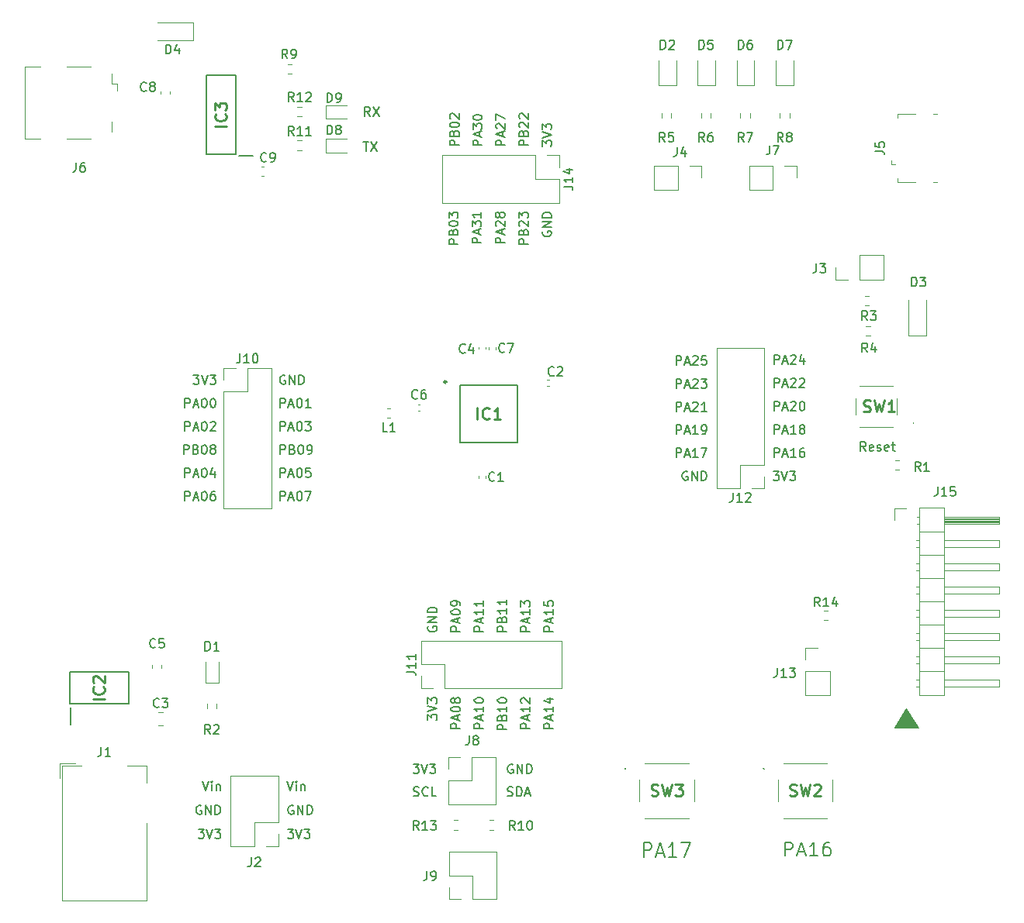
<source format=gto>
G04 #@! TF.GenerationSoftware,KiCad,Pcbnew,(5.1.10)-1*
G04 #@! TF.CreationDate,2022-01-02T12:56:15-07:00*
G04 #@! TF.ProjectId,SAMD21,53414d44-3231-42e6-9b69-6361645f7063,rev?*
G04 #@! TF.SameCoordinates,Original*
G04 #@! TF.FileFunction,Legend,Top*
G04 #@! TF.FilePolarity,Positive*
%FSLAX46Y46*%
G04 Gerber Fmt 4.6, Leading zero omitted, Abs format (unit mm)*
G04 Created by KiCad (PCBNEW (5.1.10)-1) date 2022-01-02 12:56:15*
%MOMM*%
%LPD*%
G01*
G04 APERTURE LIST*
%ADD10C,0.160000*%
%ADD11C,0.180000*%
%ADD12C,0.100000*%
%ADD13C,0.120000*%
%ADD14C,0.200000*%
%ADD15C,0.250000*%
%ADD16C,0.150000*%
%ADD17C,0.254000*%
%ADD18O,1.550000X0.890000*%
%ADD19R,1.550000X1.200000*%
%ADD20R,1.550000X1.500000*%
%ADD21O,0.950000X1.250000*%
%ADD22R,1.350000X0.400000*%
%ADD23R,4.400000X1.800000*%
%ADD24O,4.000000X1.800000*%
%ADD25O,1.800000X4.000000*%
%ADD26O,1.700000X1.700000*%
%ADD27R,1.700000X1.700000*%
%ADD28C,1.540000*%
%ADD29R,1.550000X1.000000*%
%ADD30C,0.900000*%
%ADD31R,2.500000X0.500000*%
%ADD32R,2.500000X2.000000*%
%ADD33R,1.500000X0.650000*%
%ADD34R,3.200000X1.850000*%
%ADD35R,0.900000X1.850000*%
%ADD36R,0.300000X1.475000*%
%ADD37R,1.475000X0.300000*%
%ADD38R,0.900000X1.200000*%
%ADD39R,1.200000X0.900000*%
G04 APERTURE END LIST*
D10*
X120900000Y-65061904D02*
X120852380Y-65157142D01*
X120852380Y-65300000D01*
X120900000Y-65442857D01*
X120995238Y-65538095D01*
X121090476Y-65585714D01*
X121280952Y-65633333D01*
X121423809Y-65633333D01*
X121614285Y-65585714D01*
X121709523Y-65538095D01*
X121804761Y-65442857D01*
X121852380Y-65300000D01*
X121852380Y-65204761D01*
X121804761Y-65061904D01*
X121757142Y-65014285D01*
X121423809Y-65014285D01*
X121423809Y-65204761D01*
X121852380Y-64585714D02*
X120852380Y-64585714D01*
X121852380Y-64014285D01*
X120852380Y-64014285D01*
X121852380Y-63538095D02*
X120852380Y-63538095D01*
X120852380Y-63300000D01*
X120900000Y-63157142D01*
X120995238Y-63061904D01*
X121090476Y-63014285D01*
X121280952Y-62966666D01*
X121423809Y-62966666D01*
X121614285Y-63014285D01*
X121709523Y-63061904D01*
X121804761Y-63157142D01*
X121852380Y-63300000D01*
X121852380Y-63538095D01*
X119302380Y-66442856D02*
X118302380Y-66442856D01*
X118302380Y-66061904D01*
X118350000Y-65966666D01*
X118397619Y-65919047D01*
X118492857Y-65871428D01*
X118635714Y-65871428D01*
X118730952Y-65919047D01*
X118778571Y-65966666D01*
X118826190Y-66061904D01*
X118826190Y-66442856D01*
X118778571Y-65109523D02*
X118826190Y-64966666D01*
X118873809Y-64919047D01*
X118969047Y-64871428D01*
X119111904Y-64871428D01*
X119207142Y-64919047D01*
X119254761Y-64966666D01*
X119302380Y-65061904D01*
X119302380Y-65442856D01*
X118302380Y-65442856D01*
X118302380Y-65109523D01*
X118350000Y-65014285D01*
X118397619Y-64966666D01*
X118492857Y-64919047D01*
X118588095Y-64919047D01*
X118683333Y-64966666D01*
X118730952Y-65014285D01*
X118778571Y-65109523D01*
X118778571Y-65442856D01*
X118397619Y-64490475D02*
X118350000Y-64442856D01*
X118302380Y-64347618D01*
X118302380Y-64109523D01*
X118350000Y-64014285D01*
X118397619Y-63966666D01*
X118492857Y-63919047D01*
X118588095Y-63919047D01*
X118730952Y-63966666D01*
X119302380Y-64538094D01*
X119302380Y-63919047D01*
X118302380Y-63585713D02*
X118302380Y-62966666D01*
X118683333Y-63299999D01*
X118683333Y-63157142D01*
X118730952Y-63061904D01*
X118778571Y-63014285D01*
X118873809Y-62966666D01*
X119111904Y-62966666D01*
X119207142Y-63014285D01*
X119254761Y-63061904D01*
X119302380Y-63157142D01*
X119302380Y-63442856D01*
X119254761Y-63538094D01*
X119207142Y-63585713D01*
X116752380Y-66300000D02*
X115752380Y-66300000D01*
X115752380Y-65919047D01*
X115800000Y-65823809D01*
X115847619Y-65776190D01*
X115942857Y-65728571D01*
X116085714Y-65728571D01*
X116180952Y-65776190D01*
X116228571Y-65823809D01*
X116276190Y-65919047D01*
X116276190Y-66300000D01*
X116466666Y-65347619D02*
X116466666Y-64871428D01*
X116752380Y-65442857D02*
X115752380Y-65109523D01*
X116752380Y-64776190D01*
X115847619Y-64490476D02*
X115800000Y-64442857D01*
X115752380Y-64347619D01*
X115752380Y-64109523D01*
X115800000Y-64014285D01*
X115847619Y-63966666D01*
X115942857Y-63919047D01*
X116038095Y-63919047D01*
X116180952Y-63966666D01*
X116752380Y-64538095D01*
X116752380Y-63919047D01*
X116180952Y-63347619D02*
X116133333Y-63442857D01*
X116085714Y-63490476D01*
X115990476Y-63538095D01*
X115942857Y-63538095D01*
X115847619Y-63490476D01*
X115800000Y-63442857D01*
X115752380Y-63347619D01*
X115752380Y-63157143D01*
X115800000Y-63061904D01*
X115847619Y-63014285D01*
X115942857Y-62966666D01*
X115990476Y-62966666D01*
X116085714Y-63014285D01*
X116133333Y-63061904D01*
X116180952Y-63157143D01*
X116180952Y-63347619D01*
X116228571Y-63442857D01*
X116276190Y-63490476D01*
X116371428Y-63538095D01*
X116561904Y-63538095D01*
X116657142Y-63490476D01*
X116704761Y-63442857D01*
X116752380Y-63347619D01*
X116752380Y-63157143D01*
X116704761Y-63061904D01*
X116657142Y-63014285D01*
X116561904Y-62966666D01*
X116371428Y-62966666D01*
X116276190Y-63014285D01*
X116228571Y-63061904D01*
X116180952Y-63157143D01*
X111652380Y-66442856D02*
X110652380Y-66442856D01*
X110652380Y-66061904D01*
X110700000Y-65966666D01*
X110747619Y-65919047D01*
X110842857Y-65871428D01*
X110985714Y-65871428D01*
X111080952Y-65919047D01*
X111128571Y-65966666D01*
X111176190Y-66061904D01*
X111176190Y-66442856D01*
X111128571Y-65109523D02*
X111176190Y-64966666D01*
X111223809Y-64919047D01*
X111319047Y-64871428D01*
X111461904Y-64871428D01*
X111557142Y-64919047D01*
X111604761Y-64966666D01*
X111652380Y-65061904D01*
X111652380Y-65442856D01*
X110652380Y-65442856D01*
X110652380Y-65109523D01*
X110700000Y-65014285D01*
X110747619Y-64966666D01*
X110842857Y-64919047D01*
X110938095Y-64919047D01*
X111033333Y-64966666D01*
X111080952Y-65014285D01*
X111128571Y-65109523D01*
X111128571Y-65442856D01*
X110652380Y-64252380D02*
X110652380Y-64157142D01*
X110700000Y-64061904D01*
X110747619Y-64014285D01*
X110842857Y-63966666D01*
X111033333Y-63919047D01*
X111271428Y-63919047D01*
X111461904Y-63966666D01*
X111557142Y-64014285D01*
X111604761Y-64061904D01*
X111652380Y-64157142D01*
X111652380Y-64252380D01*
X111604761Y-64347618D01*
X111557142Y-64395237D01*
X111461904Y-64442856D01*
X111271428Y-64490475D01*
X111033333Y-64490475D01*
X110842857Y-64442856D01*
X110747619Y-64395237D01*
X110700000Y-64347618D01*
X110652380Y-64252380D01*
X110652380Y-63585713D02*
X110652380Y-62966666D01*
X111033333Y-63299999D01*
X111033333Y-63157142D01*
X111080952Y-63061904D01*
X111128571Y-63014285D01*
X111223809Y-62966666D01*
X111461904Y-62966666D01*
X111557142Y-63014285D01*
X111604761Y-63061904D01*
X111652380Y-63157142D01*
X111652380Y-63442856D01*
X111604761Y-63538094D01*
X111557142Y-63585713D01*
X114202380Y-66300000D02*
X113202380Y-66300000D01*
X113202380Y-65919047D01*
X113250000Y-65823809D01*
X113297619Y-65776190D01*
X113392857Y-65728571D01*
X113535714Y-65728571D01*
X113630952Y-65776190D01*
X113678571Y-65823809D01*
X113726190Y-65919047D01*
X113726190Y-66300000D01*
X113916666Y-65347619D02*
X113916666Y-64871428D01*
X114202380Y-65442857D02*
X113202380Y-65109523D01*
X114202380Y-64776190D01*
X113202380Y-64538095D02*
X113202380Y-63919047D01*
X113583333Y-64252381D01*
X113583333Y-64109523D01*
X113630952Y-64014285D01*
X113678571Y-63966666D01*
X113773809Y-63919047D01*
X114011904Y-63919047D01*
X114107142Y-63966666D01*
X114154761Y-64014285D01*
X114202380Y-64109523D01*
X114202380Y-64395238D01*
X114154761Y-64490476D01*
X114107142Y-64538095D01*
X114202380Y-62966666D02*
X114202380Y-63538095D01*
X114202380Y-63252381D02*
X113202380Y-63252381D01*
X113345238Y-63347619D01*
X113440476Y-63442857D01*
X113488095Y-63538095D01*
X114277380Y-55642857D02*
X113277380Y-55642857D01*
X113277380Y-55261904D01*
X113325000Y-55166666D01*
X113372619Y-55119047D01*
X113467857Y-55071428D01*
X113610714Y-55071428D01*
X113705952Y-55119047D01*
X113753571Y-55166666D01*
X113801190Y-55261904D01*
X113801190Y-55642857D01*
X113991666Y-54690476D02*
X113991666Y-54214285D01*
X114277380Y-54785714D02*
X113277380Y-54452380D01*
X114277380Y-54119047D01*
X113277380Y-53880952D02*
X113277380Y-53261904D01*
X113658333Y-53595238D01*
X113658333Y-53452380D01*
X113705952Y-53357142D01*
X113753571Y-53309523D01*
X113848809Y-53261904D01*
X114086904Y-53261904D01*
X114182142Y-53309523D01*
X114229761Y-53357142D01*
X114277380Y-53452380D01*
X114277380Y-53738095D01*
X114229761Y-53833333D01*
X114182142Y-53880952D01*
X113277380Y-52642857D02*
X113277380Y-52547619D01*
X113325000Y-52452380D01*
X113372619Y-52404761D01*
X113467857Y-52357142D01*
X113658333Y-52309523D01*
X113896428Y-52309523D01*
X114086904Y-52357142D01*
X114182142Y-52404761D01*
X114229761Y-52452380D01*
X114277380Y-52547619D01*
X114277380Y-52642857D01*
X114229761Y-52738095D01*
X114182142Y-52785714D01*
X114086904Y-52833333D01*
X113896428Y-52880952D01*
X113658333Y-52880952D01*
X113467857Y-52833333D01*
X113372619Y-52785714D01*
X113325000Y-52738095D01*
X113277380Y-52642857D01*
X120852380Y-55738095D02*
X120852380Y-55119047D01*
X121233333Y-55452380D01*
X121233333Y-55309523D01*
X121280952Y-55214285D01*
X121328571Y-55166666D01*
X121423809Y-55119047D01*
X121661904Y-55119047D01*
X121757142Y-55166666D01*
X121804761Y-55214285D01*
X121852380Y-55309523D01*
X121852380Y-55595238D01*
X121804761Y-55690476D01*
X121757142Y-55738095D01*
X120852380Y-54833333D02*
X121852380Y-54500000D01*
X120852380Y-54166666D01*
X120852380Y-53928571D02*
X120852380Y-53309523D01*
X121233333Y-53642857D01*
X121233333Y-53500000D01*
X121280952Y-53404761D01*
X121328571Y-53357142D01*
X121423809Y-53309523D01*
X121661904Y-53309523D01*
X121757142Y-53357142D01*
X121804761Y-53404761D01*
X121852380Y-53500000D01*
X121852380Y-53785714D01*
X121804761Y-53880952D01*
X121757142Y-53928571D01*
X119327380Y-55642856D02*
X118327380Y-55642856D01*
X118327380Y-55261904D01*
X118375000Y-55166666D01*
X118422619Y-55119047D01*
X118517857Y-55071428D01*
X118660714Y-55071428D01*
X118755952Y-55119047D01*
X118803571Y-55166666D01*
X118851190Y-55261904D01*
X118851190Y-55642856D01*
X118803571Y-54309523D02*
X118851190Y-54166666D01*
X118898809Y-54119047D01*
X118994047Y-54071428D01*
X119136904Y-54071428D01*
X119232142Y-54119047D01*
X119279761Y-54166666D01*
X119327380Y-54261904D01*
X119327380Y-54642856D01*
X118327380Y-54642856D01*
X118327380Y-54309523D01*
X118375000Y-54214285D01*
X118422619Y-54166666D01*
X118517857Y-54119047D01*
X118613095Y-54119047D01*
X118708333Y-54166666D01*
X118755952Y-54214285D01*
X118803571Y-54309523D01*
X118803571Y-54642856D01*
X118422619Y-53690475D02*
X118375000Y-53642856D01*
X118327380Y-53547618D01*
X118327380Y-53309523D01*
X118375000Y-53214285D01*
X118422619Y-53166666D01*
X118517857Y-53119047D01*
X118613095Y-53119047D01*
X118755952Y-53166666D01*
X119327380Y-53738094D01*
X119327380Y-53119047D01*
X118422619Y-52738094D02*
X118375000Y-52690475D01*
X118327380Y-52595237D01*
X118327380Y-52357142D01*
X118375000Y-52261904D01*
X118422619Y-52214285D01*
X118517857Y-52166666D01*
X118613095Y-52166666D01*
X118755952Y-52214285D01*
X119327380Y-52785713D01*
X119327380Y-52166666D01*
X116802380Y-55642857D02*
X115802380Y-55642857D01*
X115802380Y-55261904D01*
X115850000Y-55166666D01*
X115897619Y-55119047D01*
X115992857Y-55071428D01*
X116135714Y-55071428D01*
X116230952Y-55119047D01*
X116278571Y-55166666D01*
X116326190Y-55261904D01*
X116326190Y-55642857D01*
X116516666Y-54690476D02*
X116516666Y-54214285D01*
X116802380Y-54785714D02*
X115802380Y-54452380D01*
X116802380Y-54119047D01*
X115897619Y-53833333D02*
X115850000Y-53785714D01*
X115802380Y-53690476D01*
X115802380Y-53452380D01*
X115850000Y-53357142D01*
X115897619Y-53309523D01*
X115992857Y-53261904D01*
X116088095Y-53261904D01*
X116230952Y-53309523D01*
X116802380Y-53880952D01*
X116802380Y-53261904D01*
X115802380Y-52928571D02*
X115802380Y-52261904D01*
X116802380Y-52690476D01*
X111752380Y-55642856D02*
X110752380Y-55642856D01*
X110752380Y-55261904D01*
X110800000Y-55166666D01*
X110847619Y-55119047D01*
X110942857Y-55071428D01*
X111085714Y-55071428D01*
X111180952Y-55119047D01*
X111228571Y-55166666D01*
X111276190Y-55261904D01*
X111276190Y-55642856D01*
X111228571Y-54309523D02*
X111276190Y-54166666D01*
X111323809Y-54119047D01*
X111419047Y-54071428D01*
X111561904Y-54071428D01*
X111657142Y-54119047D01*
X111704761Y-54166666D01*
X111752380Y-54261904D01*
X111752380Y-54642856D01*
X110752380Y-54642856D01*
X110752380Y-54309523D01*
X110800000Y-54214285D01*
X110847619Y-54166666D01*
X110942857Y-54119047D01*
X111038095Y-54119047D01*
X111133333Y-54166666D01*
X111180952Y-54214285D01*
X111228571Y-54309523D01*
X111228571Y-54642856D01*
X110752380Y-53452380D02*
X110752380Y-53357142D01*
X110800000Y-53261904D01*
X110847619Y-53214285D01*
X110942857Y-53166666D01*
X111133333Y-53119047D01*
X111371428Y-53119047D01*
X111561904Y-53166666D01*
X111657142Y-53214285D01*
X111704761Y-53261904D01*
X111752380Y-53357142D01*
X111752380Y-53452380D01*
X111704761Y-53547618D01*
X111657142Y-53595237D01*
X111561904Y-53642856D01*
X111371428Y-53690475D01*
X111133333Y-53690475D01*
X110942857Y-53642856D01*
X110847619Y-53595237D01*
X110800000Y-53547618D01*
X110752380Y-53452380D01*
X110847619Y-52738094D02*
X110800000Y-52690475D01*
X110752380Y-52595237D01*
X110752380Y-52357142D01*
X110800000Y-52261904D01*
X110847619Y-52214285D01*
X110942857Y-52166666D01*
X111038095Y-52166666D01*
X111180952Y-52214285D01*
X111752380Y-52785713D01*
X111752380Y-52166666D01*
X122052380Y-108742857D02*
X121052380Y-108742857D01*
X121052380Y-108361904D01*
X121100000Y-108266666D01*
X121147619Y-108219047D01*
X121242857Y-108171428D01*
X121385714Y-108171428D01*
X121480952Y-108219047D01*
X121528571Y-108266666D01*
X121576190Y-108361904D01*
X121576190Y-108742857D01*
X121766666Y-107790476D02*
X121766666Y-107314285D01*
X122052380Y-107885714D02*
X121052380Y-107552380D01*
X122052380Y-107219047D01*
X122052380Y-106361904D02*
X122052380Y-106933333D01*
X122052380Y-106647619D02*
X121052380Y-106647619D01*
X121195238Y-106742857D01*
X121290476Y-106838095D01*
X121338095Y-106933333D01*
X121052380Y-105457142D02*
X121052380Y-105933333D01*
X121528571Y-105980952D01*
X121480952Y-105933333D01*
X121433333Y-105838095D01*
X121433333Y-105600000D01*
X121480952Y-105504761D01*
X121528571Y-105457142D01*
X121623809Y-105409523D01*
X121861904Y-105409523D01*
X121957142Y-105457142D01*
X122004761Y-105504761D01*
X122052380Y-105600000D01*
X122052380Y-105838095D01*
X122004761Y-105933333D01*
X121957142Y-105980952D01*
X119512380Y-108742857D02*
X118512380Y-108742857D01*
X118512380Y-108361904D01*
X118560000Y-108266666D01*
X118607619Y-108219047D01*
X118702857Y-108171428D01*
X118845714Y-108171428D01*
X118940952Y-108219047D01*
X118988571Y-108266666D01*
X119036190Y-108361904D01*
X119036190Y-108742857D01*
X119226666Y-107790476D02*
X119226666Y-107314285D01*
X119512380Y-107885714D02*
X118512380Y-107552380D01*
X119512380Y-107219047D01*
X119512380Y-106361904D02*
X119512380Y-106933333D01*
X119512380Y-106647619D02*
X118512380Y-106647619D01*
X118655238Y-106742857D01*
X118750476Y-106838095D01*
X118798095Y-106933333D01*
X118512380Y-106028571D02*
X118512380Y-105409523D01*
X118893333Y-105742857D01*
X118893333Y-105600000D01*
X118940952Y-105504761D01*
X118988571Y-105457142D01*
X119083809Y-105409523D01*
X119321904Y-105409523D01*
X119417142Y-105457142D01*
X119464761Y-105504761D01*
X119512380Y-105600000D01*
X119512380Y-105885714D01*
X119464761Y-105980952D01*
X119417142Y-106028571D01*
X116972380Y-108742856D02*
X115972380Y-108742856D01*
X115972380Y-108361904D01*
X116020000Y-108266666D01*
X116067619Y-108219047D01*
X116162857Y-108171428D01*
X116305714Y-108171428D01*
X116400952Y-108219047D01*
X116448571Y-108266666D01*
X116496190Y-108361904D01*
X116496190Y-108742856D01*
X116448571Y-107409523D02*
X116496190Y-107266666D01*
X116543809Y-107219047D01*
X116639047Y-107171428D01*
X116781904Y-107171428D01*
X116877142Y-107219047D01*
X116924761Y-107266666D01*
X116972380Y-107361904D01*
X116972380Y-107742856D01*
X115972380Y-107742856D01*
X115972380Y-107409523D01*
X116020000Y-107314285D01*
X116067619Y-107266666D01*
X116162857Y-107219047D01*
X116258095Y-107219047D01*
X116353333Y-107266666D01*
X116400952Y-107314285D01*
X116448571Y-107409523D01*
X116448571Y-107742856D01*
X116972380Y-106219047D02*
X116972380Y-106790475D01*
X116972380Y-106504761D02*
X115972380Y-106504761D01*
X116115238Y-106599999D01*
X116210476Y-106695237D01*
X116258095Y-106790475D01*
X116972380Y-105266666D02*
X116972380Y-105838094D01*
X116972380Y-105552380D02*
X115972380Y-105552380D01*
X116115238Y-105647618D01*
X116210476Y-105742856D01*
X116258095Y-105838094D01*
X114432380Y-108742857D02*
X113432380Y-108742857D01*
X113432380Y-108361904D01*
X113480000Y-108266666D01*
X113527619Y-108219047D01*
X113622857Y-108171428D01*
X113765714Y-108171428D01*
X113860952Y-108219047D01*
X113908571Y-108266666D01*
X113956190Y-108361904D01*
X113956190Y-108742857D01*
X114146666Y-107790476D02*
X114146666Y-107314285D01*
X114432380Y-107885714D02*
X113432380Y-107552380D01*
X114432380Y-107219047D01*
X114432380Y-106361904D02*
X114432380Y-106933333D01*
X114432380Y-106647619D02*
X113432380Y-106647619D01*
X113575238Y-106742857D01*
X113670476Y-106838095D01*
X113718095Y-106933333D01*
X114432380Y-105409523D02*
X114432380Y-105980952D01*
X114432380Y-105695238D02*
X113432380Y-105695238D01*
X113575238Y-105790476D01*
X113670476Y-105885714D01*
X113718095Y-105980952D01*
X111892380Y-108742857D02*
X110892380Y-108742857D01*
X110892380Y-108361904D01*
X110940000Y-108266666D01*
X110987619Y-108219047D01*
X111082857Y-108171428D01*
X111225714Y-108171428D01*
X111320952Y-108219047D01*
X111368571Y-108266666D01*
X111416190Y-108361904D01*
X111416190Y-108742857D01*
X111606666Y-107790476D02*
X111606666Y-107314285D01*
X111892380Y-107885714D02*
X110892380Y-107552380D01*
X111892380Y-107219047D01*
X110892380Y-106695238D02*
X110892380Y-106600000D01*
X110940000Y-106504761D01*
X110987619Y-106457142D01*
X111082857Y-106409523D01*
X111273333Y-106361904D01*
X111511428Y-106361904D01*
X111701904Y-106409523D01*
X111797142Y-106457142D01*
X111844761Y-106504761D01*
X111892380Y-106600000D01*
X111892380Y-106695238D01*
X111844761Y-106790476D01*
X111797142Y-106838095D01*
X111701904Y-106885714D01*
X111511428Y-106933333D01*
X111273333Y-106933333D01*
X111082857Y-106885714D01*
X110987619Y-106838095D01*
X110940000Y-106790476D01*
X110892380Y-106695238D01*
X111892380Y-105885714D02*
X111892380Y-105695238D01*
X111844761Y-105600000D01*
X111797142Y-105552380D01*
X111654285Y-105457142D01*
X111463809Y-105409523D01*
X111082857Y-105409523D01*
X110987619Y-105457142D01*
X110940000Y-105504761D01*
X110892380Y-105600000D01*
X110892380Y-105790476D01*
X110940000Y-105885714D01*
X110987619Y-105933333D01*
X111082857Y-105980952D01*
X111320952Y-105980952D01*
X111416190Y-105933333D01*
X111463809Y-105885714D01*
X111511428Y-105790476D01*
X111511428Y-105600000D01*
X111463809Y-105504761D01*
X111416190Y-105457142D01*
X111320952Y-105409523D01*
X108400000Y-108219047D02*
X108352380Y-108314285D01*
X108352380Y-108457143D01*
X108400000Y-108600000D01*
X108495238Y-108695238D01*
X108590476Y-108742857D01*
X108780952Y-108790476D01*
X108923809Y-108790476D01*
X109114285Y-108742857D01*
X109209523Y-108695238D01*
X109304761Y-108600000D01*
X109352380Y-108457143D01*
X109352380Y-108361904D01*
X109304761Y-108219047D01*
X109257142Y-108171428D01*
X108923809Y-108171428D01*
X108923809Y-108361904D01*
X109352380Y-107742857D02*
X108352380Y-107742857D01*
X109352380Y-107171428D01*
X108352380Y-107171428D01*
X109352380Y-106695238D02*
X108352380Y-106695238D01*
X108352380Y-106457143D01*
X108400000Y-106314285D01*
X108495238Y-106219047D01*
X108590476Y-106171428D01*
X108780952Y-106123809D01*
X108923809Y-106123809D01*
X109114285Y-106171428D01*
X109209523Y-106219047D01*
X109304761Y-106314285D01*
X109352380Y-106457143D01*
X109352380Y-106695238D01*
X119512380Y-119342857D02*
X118512380Y-119342857D01*
X118512380Y-118961904D01*
X118560000Y-118866666D01*
X118607619Y-118819047D01*
X118702857Y-118771428D01*
X118845714Y-118771428D01*
X118940952Y-118819047D01*
X118988571Y-118866666D01*
X119036190Y-118961904D01*
X119036190Y-119342857D01*
X119226666Y-118390476D02*
X119226666Y-117914285D01*
X119512380Y-118485714D02*
X118512380Y-118152380D01*
X119512380Y-117819047D01*
X119512380Y-116961904D02*
X119512380Y-117533333D01*
X119512380Y-117247619D02*
X118512380Y-117247619D01*
X118655238Y-117342857D01*
X118750476Y-117438095D01*
X118798095Y-117533333D01*
X118607619Y-116580952D02*
X118560000Y-116533333D01*
X118512380Y-116438095D01*
X118512380Y-116200000D01*
X118560000Y-116104761D01*
X118607619Y-116057142D01*
X118702857Y-116009523D01*
X118798095Y-116009523D01*
X118940952Y-116057142D01*
X119512380Y-116628571D01*
X119512380Y-116009523D01*
X122052380Y-119342857D02*
X121052380Y-119342857D01*
X121052380Y-118961904D01*
X121100000Y-118866666D01*
X121147619Y-118819047D01*
X121242857Y-118771428D01*
X121385714Y-118771428D01*
X121480952Y-118819047D01*
X121528571Y-118866666D01*
X121576190Y-118961904D01*
X121576190Y-119342857D01*
X121766666Y-118390476D02*
X121766666Y-117914285D01*
X122052380Y-118485714D02*
X121052380Y-118152380D01*
X122052380Y-117819047D01*
X122052380Y-116961904D02*
X122052380Y-117533333D01*
X122052380Y-117247619D02*
X121052380Y-117247619D01*
X121195238Y-117342857D01*
X121290476Y-117438095D01*
X121338095Y-117533333D01*
X121385714Y-116104761D02*
X122052380Y-116104761D01*
X121004761Y-116342857D02*
X121719047Y-116580952D01*
X121719047Y-115961904D01*
X116972380Y-119485713D02*
X115972380Y-119485713D01*
X115972380Y-119104761D01*
X116020000Y-119009523D01*
X116067619Y-118961904D01*
X116162857Y-118914285D01*
X116305714Y-118914285D01*
X116400952Y-118961904D01*
X116448571Y-119009523D01*
X116496190Y-119104761D01*
X116496190Y-119485713D01*
X116448571Y-118152380D02*
X116496190Y-118009523D01*
X116543809Y-117961904D01*
X116639047Y-117914285D01*
X116781904Y-117914285D01*
X116877142Y-117961904D01*
X116924761Y-118009523D01*
X116972380Y-118104761D01*
X116972380Y-118485713D01*
X115972380Y-118485713D01*
X115972380Y-118152380D01*
X116020000Y-118057142D01*
X116067619Y-118009523D01*
X116162857Y-117961904D01*
X116258095Y-117961904D01*
X116353333Y-118009523D01*
X116400952Y-118057142D01*
X116448571Y-118152380D01*
X116448571Y-118485713D01*
X116972380Y-116961904D02*
X116972380Y-117533332D01*
X116972380Y-117247618D02*
X115972380Y-117247618D01*
X116115238Y-117342856D01*
X116210476Y-117438094D01*
X116258095Y-117533332D01*
X115972380Y-116342856D02*
X115972380Y-116247618D01*
X116020000Y-116152380D01*
X116067619Y-116104761D01*
X116162857Y-116057142D01*
X116353333Y-116009523D01*
X116591428Y-116009523D01*
X116781904Y-116057142D01*
X116877142Y-116104761D01*
X116924761Y-116152380D01*
X116972380Y-116247618D01*
X116972380Y-116342856D01*
X116924761Y-116438094D01*
X116877142Y-116485713D01*
X116781904Y-116533332D01*
X116591428Y-116580951D01*
X116353333Y-116580951D01*
X116162857Y-116533332D01*
X116067619Y-116485713D01*
X116020000Y-116438094D01*
X115972380Y-116342856D01*
X114432380Y-119342857D02*
X113432380Y-119342857D01*
X113432380Y-118961904D01*
X113480000Y-118866666D01*
X113527619Y-118819047D01*
X113622857Y-118771428D01*
X113765714Y-118771428D01*
X113860952Y-118819047D01*
X113908571Y-118866666D01*
X113956190Y-118961904D01*
X113956190Y-119342857D01*
X114146666Y-118390476D02*
X114146666Y-117914285D01*
X114432380Y-118485714D02*
X113432380Y-118152380D01*
X114432380Y-117819047D01*
X114432380Y-116961904D02*
X114432380Y-117533333D01*
X114432380Y-117247619D02*
X113432380Y-117247619D01*
X113575238Y-117342857D01*
X113670476Y-117438095D01*
X113718095Y-117533333D01*
X113432380Y-116342857D02*
X113432380Y-116247619D01*
X113480000Y-116152380D01*
X113527619Y-116104761D01*
X113622857Y-116057142D01*
X113813333Y-116009523D01*
X114051428Y-116009523D01*
X114241904Y-116057142D01*
X114337142Y-116104761D01*
X114384761Y-116152380D01*
X114432380Y-116247619D01*
X114432380Y-116342857D01*
X114384761Y-116438095D01*
X114337142Y-116485714D01*
X114241904Y-116533333D01*
X114051428Y-116580952D01*
X113813333Y-116580952D01*
X113622857Y-116533333D01*
X113527619Y-116485714D01*
X113480000Y-116438095D01*
X113432380Y-116342857D01*
X111892380Y-119342857D02*
X110892380Y-119342857D01*
X110892380Y-118961904D01*
X110940000Y-118866666D01*
X110987619Y-118819047D01*
X111082857Y-118771428D01*
X111225714Y-118771428D01*
X111320952Y-118819047D01*
X111368571Y-118866666D01*
X111416190Y-118961904D01*
X111416190Y-119342857D01*
X111606666Y-118390476D02*
X111606666Y-117914285D01*
X111892380Y-118485714D02*
X110892380Y-118152380D01*
X111892380Y-117819047D01*
X110892380Y-117295238D02*
X110892380Y-117200000D01*
X110940000Y-117104761D01*
X110987619Y-117057142D01*
X111082857Y-117009523D01*
X111273333Y-116961904D01*
X111511428Y-116961904D01*
X111701904Y-117009523D01*
X111797142Y-117057142D01*
X111844761Y-117104761D01*
X111892380Y-117200000D01*
X111892380Y-117295238D01*
X111844761Y-117390476D01*
X111797142Y-117438095D01*
X111701904Y-117485714D01*
X111511428Y-117533333D01*
X111273333Y-117533333D01*
X111082857Y-117485714D01*
X110987619Y-117438095D01*
X110940000Y-117390476D01*
X110892380Y-117295238D01*
X111320952Y-116390476D02*
X111273333Y-116485714D01*
X111225714Y-116533333D01*
X111130476Y-116580952D01*
X111082857Y-116580952D01*
X110987619Y-116533333D01*
X110940000Y-116485714D01*
X110892380Y-116390476D01*
X110892380Y-116200000D01*
X110940000Y-116104761D01*
X110987619Y-116057142D01*
X111082857Y-116009523D01*
X111130476Y-116009523D01*
X111225714Y-116057142D01*
X111273333Y-116104761D01*
X111320952Y-116200000D01*
X111320952Y-116390476D01*
X111368571Y-116485714D01*
X111416190Y-116533333D01*
X111511428Y-116580952D01*
X111701904Y-116580952D01*
X111797142Y-116533333D01*
X111844761Y-116485714D01*
X111892380Y-116390476D01*
X111892380Y-116200000D01*
X111844761Y-116104761D01*
X111797142Y-116057142D01*
X111701904Y-116009523D01*
X111511428Y-116009523D01*
X111416190Y-116057142D01*
X111368571Y-116104761D01*
X111320952Y-116200000D01*
X108352380Y-118438095D02*
X108352380Y-117819047D01*
X108733333Y-118152380D01*
X108733333Y-118009523D01*
X108780952Y-117914285D01*
X108828571Y-117866666D01*
X108923809Y-117819047D01*
X109161904Y-117819047D01*
X109257142Y-117866666D01*
X109304761Y-117914285D01*
X109352380Y-118009523D01*
X109352380Y-118295238D01*
X109304761Y-118390476D01*
X109257142Y-118438095D01*
X108352380Y-117533333D02*
X109352380Y-117200000D01*
X108352380Y-116866666D01*
X108352380Y-116628571D02*
X108352380Y-116009523D01*
X108733333Y-116342857D01*
X108733333Y-116200000D01*
X108780952Y-116104761D01*
X108828571Y-116057142D01*
X108923809Y-116009523D01*
X109161904Y-116009523D01*
X109257142Y-116057142D01*
X109304761Y-116104761D01*
X109352380Y-116200000D01*
X109352380Y-116485714D01*
X109304761Y-116580952D01*
X109257142Y-116628571D01*
X135457142Y-79652380D02*
X135457142Y-78652380D01*
X135838095Y-78652380D01*
X135933333Y-78700000D01*
X135980952Y-78747619D01*
X136028571Y-78842857D01*
X136028571Y-78985714D01*
X135980952Y-79080952D01*
X135933333Y-79128571D01*
X135838095Y-79176190D01*
X135457142Y-79176190D01*
X136409523Y-79366666D02*
X136885714Y-79366666D01*
X136314285Y-79652380D02*
X136647619Y-78652380D01*
X136980952Y-79652380D01*
X137266666Y-78747619D02*
X137314285Y-78700000D01*
X137409523Y-78652380D01*
X137647619Y-78652380D01*
X137742857Y-78700000D01*
X137790476Y-78747619D01*
X137838095Y-78842857D01*
X137838095Y-78938095D01*
X137790476Y-79080952D01*
X137219047Y-79652380D01*
X137838095Y-79652380D01*
X138742857Y-78652380D02*
X138266666Y-78652380D01*
X138219047Y-79128571D01*
X138266666Y-79080952D01*
X138361904Y-79033333D01*
X138600000Y-79033333D01*
X138695238Y-79080952D01*
X138742857Y-79128571D01*
X138790476Y-79223809D01*
X138790476Y-79461904D01*
X138742857Y-79557142D01*
X138695238Y-79604761D01*
X138600000Y-79652380D01*
X138361904Y-79652380D01*
X138266666Y-79604761D01*
X138219047Y-79557142D01*
X135457142Y-82172380D02*
X135457142Y-81172380D01*
X135838095Y-81172380D01*
X135933333Y-81220000D01*
X135980952Y-81267619D01*
X136028571Y-81362857D01*
X136028571Y-81505714D01*
X135980952Y-81600952D01*
X135933333Y-81648571D01*
X135838095Y-81696190D01*
X135457142Y-81696190D01*
X136409523Y-81886666D02*
X136885714Y-81886666D01*
X136314285Y-82172380D02*
X136647619Y-81172380D01*
X136980952Y-82172380D01*
X137266666Y-81267619D02*
X137314285Y-81220000D01*
X137409523Y-81172380D01*
X137647619Y-81172380D01*
X137742857Y-81220000D01*
X137790476Y-81267619D01*
X137838095Y-81362857D01*
X137838095Y-81458095D01*
X137790476Y-81600952D01*
X137219047Y-82172380D01*
X137838095Y-82172380D01*
X138171428Y-81172380D02*
X138790476Y-81172380D01*
X138457142Y-81553333D01*
X138600000Y-81553333D01*
X138695238Y-81600952D01*
X138742857Y-81648571D01*
X138790476Y-81743809D01*
X138790476Y-81981904D01*
X138742857Y-82077142D01*
X138695238Y-82124761D01*
X138600000Y-82172380D01*
X138314285Y-82172380D01*
X138219047Y-82124761D01*
X138171428Y-82077142D01*
X135457142Y-84692380D02*
X135457142Y-83692380D01*
X135838095Y-83692380D01*
X135933333Y-83740000D01*
X135980952Y-83787619D01*
X136028571Y-83882857D01*
X136028571Y-84025714D01*
X135980952Y-84120952D01*
X135933333Y-84168571D01*
X135838095Y-84216190D01*
X135457142Y-84216190D01*
X136409523Y-84406666D02*
X136885714Y-84406666D01*
X136314285Y-84692380D02*
X136647619Y-83692380D01*
X136980952Y-84692380D01*
X137266666Y-83787619D02*
X137314285Y-83740000D01*
X137409523Y-83692380D01*
X137647619Y-83692380D01*
X137742857Y-83740000D01*
X137790476Y-83787619D01*
X137838095Y-83882857D01*
X137838095Y-83978095D01*
X137790476Y-84120952D01*
X137219047Y-84692380D01*
X137838095Y-84692380D01*
X138790476Y-84692380D02*
X138219047Y-84692380D01*
X138504761Y-84692380D02*
X138504761Y-83692380D01*
X138409523Y-83835238D01*
X138314285Y-83930476D01*
X138219047Y-83978095D01*
X135457142Y-87212380D02*
X135457142Y-86212380D01*
X135838095Y-86212380D01*
X135933333Y-86260000D01*
X135980952Y-86307619D01*
X136028571Y-86402857D01*
X136028571Y-86545714D01*
X135980952Y-86640952D01*
X135933333Y-86688571D01*
X135838095Y-86736190D01*
X135457142Y-86736190D01*
X136409523Y-86926666D02*
X136885714Y-86926666D01*
X136314285Y-87212380D02*
X136647619Y-86212380D01*
X136980952Y-87212380D01*
X137838095Y-87212380D02*
X137266666Y-87212380D01*
X137552380Y-87212380D02*
X137552380Y-86212380D01*
X137457142Y-86355238D01*
X137361904Y-86450476D01*
X137266666Y-86498095D01*
X138314285Y-87212380D02*
X138504761Y-87212380D01*
X138600000Y-87164761D01*
X138647619Y-87117142D01*
X138742857Y-86974285D01*
X138790476Y-86783809D01*
X138790476Y-86402857D01*
X138742857Y-86307619D01*
X138695238Y-86260000D01*
X138600000Y-86212380D01*
X138409523Y-86212380D01*
X138314285Y-86260000D01*
X138266666Y-86307619D01*
X138219047Y-86402857D01*
X138219047Y-86640952D01*
X138266666Y-86736190D01*
X138314285Y-86783809D01*
X138409523Y-86831428D01*
X138600000Y-86831428D01*
X138695238Y-86783809D01*
X138742857Y-86736190D01*
X138790476Y-86640952D01*
X135457142Y-89732380D02*
X135457142Y-88732380D01*
X135838095Y-88732380D01*
X135933333Y-88780000D01*
X135980952Y-88827619D01*
X136028571Y-88922857D01*
X136028571Y-89065714D01*
X135980952Y-89160952D01*
X135933333Y-89208571D01*
X135838095Y-89256190D01*
X135457142Y-89256190D01*
X136409523Y-89446666D02*
X136885714Y-89446666D01*
X136314285Y-89732380D02*
X136647619Y-88732380D01*
X136980952Y-89732380D01*
X137838095Y-89732380D02*
X137266666Y-89732380D01*
X137552380Y-89732380D02*
X137552380Y-88732380D01*
X137457142Y-88875238D01*
X137361904Y-88970476D01*
X137266666Y-89018095D01*
X138171428Y-88732380D02*
X138838095Y-88732380D01*
X138409523Y-89732380D01*
X146157142Y-79552380D02*
X146157142Y-78552380D01*
X146538095Y-78552380D01*
X146633333Y-78600000D01*
X146680952Y-78647619D01*
X146728571Y-78742857D01*
X146728571Y-78885714D01*
X146680952Y-78980952D01*
X146633333Y-79028571D01*
X146538095Y-79076190D01*
X146157142Y-79076190D01*
X147109523Y-79266666D02*
X147585714Y-79266666D01*
X147014285Y-79552380D02*
X147347619Y-78552380D01*
X147680952Y-79552380D01*
X147966666Y-78647619D02*
X148014285Y-78600000D01*
X148109523Y-78552380D01*
X148347619Y-78552380D01*
X148442857Y-78600000D01*
X148490476Y-78647619D01*
X148538095Y-78742857D01*
X148538095Y-78838095D01*
X148490476Y-78980952D01*
X147919047Y-79552380D01*
X148538095Y-79552380D01*
X149395238Y-78885714D02*
X149395238Y-79552380D01*
X149157142Y-78504761D02*
X148919047Y-79219047D01*
X149538095Y-79219047D01*
X146157142Y-82092380D02*
X146157142Y-81092380D01*
X146538095Y-81092380D01*
X146633333Y-81140000D01*
X146680952Y-81187619D01*
X146728571Y-81282857D01*
X146728571Y-81425714D01*
X146680952Y-81520952D01*
X146633333Y-81568571D01*
X146538095Y-81616190D01*
X146157142Y-81616190D01*
X147109523Y-81806666D02*
X147585714Y-81806666D01*
X147014285Y-82092380D02*
X147347619Y-81092380D01*
X147680952Y-82092380D01*
X147966666Y-81187619D02*
X148014285Y-81140000D01*
X148109523Y-81092380D01*
X148347619Y-81092380D01*
X148442857Y-81140000D01*
X148490476Y-81187619D01*
X148538095Y-81282857D01*
X148538095Y-81378095D01*
X148490476Y-81520952D01*
X147919047Y-82092380D01*
X148538095Y-82092380D01*
X148919047Y-81187619D02*
X148966666Y-81140000D01*
X149061904Y-81092380D01*
X149300000Y-81092380D01*
X149395238Y-81140000D01*
X149442857Y-81187619D01*
X149490476Y-81282857D01*
X149490476Y-81378095D01*
X149442857Y-81520952D01*
X148871428Y-82092380D01*
X149490476Y-82092380D01*
X146157142Y-84632380D02*
X146157142Y-83632380D01*
X146538095Y-83632380D01*
X146633333Y-83680000D01*
X146680952Y-83727619D01*
X146728571Y-83822857D01*
X146728571Y-83965714D01*
X146680952Y-84060952D01*
X146633333Y-84108571D01*
X146538095Y-84156190D01*
X146157142Y-84156190D01*
X147109523Y-84346666D02*
X147585714Y-84346666D01*
X147014285Y-84632380D02*
X147347619Y-83632380D01*
X147680952Y-84632380D01*
X147966666Y-83727619D02*
X148014285Y-83680000D01*
X148109523Y-83632380D01*
X148347619Y-83632380D01*
X148442857Y-83680000D01*
X148490476Y-83727619D01*
X148538095Y-83822857D01*
X148538095Y-83918095D01*
X148490476Y-84060952D01*
X147919047Y-84632380D01*
X148538095Y-84632380D01*
X149157142Y-83632380D02*
X149252380Y-83632380D01*
X149347619Y-83680000D01*
X149395238Y-83727619D01*
X149442857Y-83822857D01*
X149490476Y-84013333D01*
X149490476Y-84251428D01*
X149442857Y-84441904D01*
X149395238Y-84537142D01*
X149347619Y-84584761D01*
X149252380Y-84632380D01*
X149157142Y-84632380D01*
X149061904Y-84584761D01*
X149014285Y-84537142D01*
X148966666Y-84441904D01*
X148919047Y-84251428D01*
X148919047Y-84013333D01*
X148966666Y-83822857D01*
X149014285Y-83727619D01*
X149061904Y-83680000D01*
X149157142Y-83632380D01*
X146157142Y-87172380D02*
X146157142Y-86172380D01*
X146538095Y-86172380D01*
X146633333Y-86220000D01*
X146680952Y-86267619D01*
X146728571Y-86362857D01*
X146728571Y-86505714D01*
X146680952Y-86600952D01*
X146633333Y-86648571D01*
X146538095Y-86696190D01*
X146157142Y-86696190D01*
X147109523Y-86886666D02*
X147585714Y-86886666D01*
X147014285Y-87172380D02*
X147347619Y-86172380D01*
X147680952Y-87172380D01*
X148538095Y-87172380D02*
X147966666Y-87172380D01*
X148252380Y-87172380D02*
X148252380Y-86172380D01*
X148157142Y-86315238D01*
X148061904Y-86410476D01*
X147966666Y-86458095D01*
X149109523Y-86600952D02*
X149014285Y-86553333D01*
X148966666Y-86505714D01*
X148919047Y-86410476D01*
X148919047Y-86362857D01*
X148966666Y-86267619D01*
X149014285Y-86220000D01*
X149109523Y-86172380D01*
X149300000Y-86172380D01*
X149395238Y-86220000D01*
X149442857Y-86267619D01*
X149490476Y-86362857D01*
X149490476Y-86410476D01*
X149442857Y-86505714D01*
X149395238Y-86553333D01*
X149300000Y-86600952D01*
X149109523Y-86600952D01*
X149014285Y-86648571D01*
X148966666Y-86696190D01*
X148919047Y-86791428D01*
X148919047Y-86981904D01*
X148966666Y-87077142D01*
X149014285Y-87124761D01*
X149109523Y-87172380D01*
X149300000Y-87172380D01*
X149395238Y-87124761D01*
X149442857Y-87077142D01*
X149490476Y-86981904D01*
X149490476Y-86791428D01*
X149442857Y-86696190D01*
X149395238Y-86648571D01*
X149300000Y-86600952D01*
X146157142Y-89712380D02*
X146157142Y-88712380D01*
X146538095Y-88712380D01*
X146633333Y-88760000D01*
X146680952Y-88807619D01*
X146728571Y-88902857D01*
X146728571Y-89045714D01*
X146680952Y-89140952D01*
X146633333Y-89188571D01*
X146538095Y-89236190D01*
X146157142Y-89236190D01*
X147109523Y-89426666D02*
X147585714Y-89426666D01*
X147014285Y-89712380D02*
X147347619Y-88712380D01*
X147680952Y-89712380D01*
X148538095Y-89712380D02*
X147966666Y-89712380D01*
X148252380Y-89712380D02*
X148252380Y-88712380D01*
X148157142Y-88855238D01*
X148061904Y-88950476D01*
X147966666Y-88998095D01*
X149395238Y-88712380D02*
X149204761Y-88712380D01*
X149109523Y-88760000D01*
X149061904Y-88807619D01*
X148966666Y-88950476D01*
X148919047Y-89140952D01*
X148919047Y-89521904D01*
X148966666Y-89617142D01*
X149014285Y-89664761D01*
X149109523Y-89712380D01*
X149300000Y-89712380D01*
X149395238Y-89664761D01*
X149442857Y-89617142D01*
X149490476Y-89521904D01*
X149490476Y-89283809D01*
X149442857Y-89188571D01*
X149395238Y-89140952D01*
X149300000Y-89093333D01*
X149109523Y-89093333D01*
X149014285Y-89140952D01*
X148966666Y-89188571D01*
X148919047Y-89283809D01*
X146061904Y-91252380D02*
X146680952Y-91252380D01*
X146347619Y-91633333D01*
X146490476Y-91633333D01*
X146585714Y-91680952D01*
X146633333Y-91728571D01*
X146680952Y-91823809D01*
X146680952Y-92061904D01*
X146633333Y-92157142D01*
X146585714Y-92204761D01*
X146490476Y-92252380D01*
X146204761Y-92252380D01*
X146109523Y-92204761D01*
X146061904Y-92157142D01*
X146966666Y-91252380D02*
X147300000Y-92252380D01*
X147633333Y-91252380D01*
X147871428Y-91252380D02*
X148490476Y-91252380D01*
X148157142Y-91633333D01*
X148300000Y-91633333D01*
X148395238Y-91680952D01*
X148442857Y-91728571D01*
X148490476Y-91823809D01*
X148490476Y-92061904D01*
X148442857Y-92157142D01*
X148395238Y-92204761D01*
X148300000Y-92252380D01*
X148014285Y-92252380D01*
X147919047Y-92204761D01*
X147871428Y-92157142D01*
X136695238Y-91300000D02*
X136600000Y-91252380D01*
X136457143Y-91252380D01*
X136314285Y-91300000D01*
X136219047Y-91395238D01*
X136171428Y-91490476D01*
X136123809Y-91680952D01*
X136123809Y-91823809D01*
X136171428Y-92014285D01*
X136219047Y-92109523D01*
X136314285Y-92204761D01*
X136457143Y-92252380D01*
X136552381Y-92252380D01*
X136695238Y-92204761D01*
X136742857Y-92157142D01*
X136742857Y-91823809D01*
X136552381Y-91823809D01*
X137171428Y-92252380D02*
X137171428Y-91252380D01*
X137742857Y-92252380D01*
X137742857Y-91252380D01*
X138219047Y-92252380D02*
X138219047Y-91252380D01*
X138457143Y-91252380D01*
X138600000Y-91300000D01*
X138695238Y-91395238D01*
X138742857Y-91490476D01*
X138790476Y-91680952D01*
X138790476Y-91823809D01*
X138742857Y-92014285D01*
X138695238Y-92109523D01*
X138600000Y-92204761D01*
X138457143Y-92252380D01*
X138219047Y-92252380D01*
X82761904Y-80752380D02*
X83380952Y-80752380D01*
X83047619Y-81133333D01*
X83190476Y-81133333D01*
X83285714Y-81180952D01*
X83333333Y-81228571D01*
X83380952Y-81323809D01*
X83380952Y-81561904D01*
X83333333Y-81657142D01*
X83285714Y-81704761D01*
X83190476Y-81752380D01*
X82904761Y-81752380D01*
X82809523Y-81704761D01*
X82761904Y-81657142D01*
X83666666Y-80752380D02*
X84000000Y-81752380D01*
X84333333Y-80752380D01*
X84571428Y-80752380D02*
X85190476Y-80752380D01*
X84857142Y-81133333D01*
X85000000Y-81133333D01*
X85095238Y-81180952D01*
X85142857Y-81228571D01*
X85190476Y-81323809D01*
X85190476Y-81561904D01*
X85142857Y-81657142D01*
X85095238Y-81704761D01*
X85000000Y-81752380D01*
X84714285Y-81752380D01*
X84619047Y-81704761D01*
X84571428Y-81657142D01*
X92780952Y-80800000D02*
X92685714Y-80752380D01*
X92542857Y-80752380D01*
X92399999Y-80800000D01*
X92304761Y-80895238D01*
X92257142Y-80990476D01*
X92209523Y-81180952D01*
X92209523Y-81323809D01*
X92257142Y-81514285D01*
X92304761Y-81609523D01*
X92399999Y-81704761D01*
X92542857Y-81752380D01*
X92638095Y-81752380D01*
X92780952Y-81704761D01*
X92828571Y-81657142D01*
X92828571Y-81323809D01*
X92638095Y-81323809D01*
X93257142Y-81752380D02*
X93257142Y-80752380D01*
X93828571Y-81752380D01*
X93828571Y-80752380D01*
X94304761Y-81752380D02*
X94304761Y-80752380D01*
X94542857Y-80752380D01*
X94685714Y-80800000D01*
X94780952Y-80895238D01*
X94828571Y-80990476D01*
X94876190Y-81180952D01*
X94876190Y-81323809D01*
X94828571Y-81514285D01*
X94780952Y-81609523D01*
X94685714Y-81704761D01*
X94542857Y-81752380D01*
X94304761Y-81752380D01*
X92257142Y-84292380D02*
X92257142Y-83292380D01*
X92638095Y-83292380D01*
X92733333Y-83340000D01*
X92780952Y-83387619D01*
X92828571Y-83482857D01*
X92828571Y-83625714D01*
X92780952Y-83720952D01*
X92733333Y-83768571D01*
X92638095Y-83816190D01*
X92257142Y-83816190D01*
X93209523Y-84006666D02*
X93685714Y-84006666D01*
X93114285Y-84292380D02*
X93447619Y-83292380D01*
X93780952Y-84292380D01*
X94304761Y-83292380D02*
X94400000Y-83292380D01*
X94495238Y-83340000D01*
X94542857Y-83387619D01*
X94590476Y-83482857D01*
X94638095Y-83673333D01*
X94638095Y-83911428D01*
X94590476Y-84101904D01*
X94542857Y-84197142D01*
X94495238Y-84244761D01*
X94400000Y-84292380D01*
X94304761Y-84292380D01*
X94209523Y-84244761D01*
X94161904Y-84197142D01*
X94114285Y-84101904D01*
X94066666Y-83911428D01*
X94066666Y-83673333D01*
X94114285Y-83482857D01*
X94161904Y-83387619D01*
X94209523Y-83340000D01*
X94304761Y-83292380D01*
X95590476Y-84292380D02*
X95019047Y-84292380D01*
X95304761Y-84292380D02*
X95304761Y-83292380D01*
X95209523Y-83435238D01*
X95114285Y-83530476D01*
X95019047Y-83578095D01*
X81857142Y-84292380D02*
X81857142Y-83292380D01*
X82238095Y-83292380D01*
X82333333Y-83340000D01*
X82380952Y-83387619D01*
X82428571Y-83482857D01*
X82428571Y-83625714D01*
X82380952Y-83720952D01*
X82333333Y-83768571D01*
X82238095Y-83816190D01*
X81857142Y-83816190D01*
X82809523Y-84006666D02*
X83285714Y-84006666D01*
X82714285Y-84292380D02*
X83047619Y-83292380D01*
X83380952Y-84292380D01*
X83904761Y-83292380D02*
X84000000Y-83292380D01*
X84095238Y-83340000D01*
X84142857Y-83387619D01*
X84190476Y-83482857D01*
X84238095Y-83673333D01*
X84238095Y-83911428D01*
X84190476Y-84101904D01*
X84142857Y-84197142D01*
X84095238Y-84244761D01*
X84000000Y-84292380D01*
X83904761Y-84292380D01*
X83809523Y-84244761D01*
X83761904Y-84197142D01*
X83714285Y-84101904D01*
X83666666Y-83911428D01*
X83666666Y-83673333D01*
X83714285Y-83482857D01*
X83761904Y-83387619D01*
X83809523Y-83340000D01*
X83904761Y-83292380D01*
X84857142Y-83292380D02*
X84952380Y-83292380D01*
X85047619Y-83340000D01*
X85095238Y-83387619D01*
X85142857Y-83482857D01*
X85190476Y-83673333D01*
X85190476Y-83911428D01*
X85142857Y-84101904D01*
X85095238Y-84197142D01*
X85047619Y-84244761D01*
X84952380Y-84292380D01*
X84857142Y-84292380D01*
X84761904Y-84244761D01*
X84714285Y-84197142D01*
X84666666Y-84101904D01*
X84619047Y-83911428D01*
X84619047Y-83673333D01*
X84666666Y-83482857D01*
X84714285Y-83387619D01*
X84761904Y-83340000D01*
X84857142Y-83292380D01*
X92257142Y-94452380D02*
X92257142Y-93452380D01*
X92638095Y-93452380D01*
X92733333Y-93500000D01*
X92780952Y-93547619D01*
X92828571Y-93642857D01*
X92828571Y-93785714D01*
X92780952Y-93880952D01*
X92733333Y-93928571D01*
X92638095Y-93976190D01*
X92257142Y-93976190D01*
X93209523Y-94166666D02*
X93685714Y-94166666D01*
X93114285Y-94452380D02*
X93447619Y-93452380D01*
X93780952Y-94452380D01*
X94304761Y-93452380D02*
X94400000Y-93452380D01*
X94495238Y-93500000D01*
X94542857Y-93547619D01*
X94590476Y-93642857D01*
X94638095Y-93833333D01*
X94638095Y-94071428D01*
X94590476Y-94261904D01*
X94542857Y-94357142D01*
X94495238Y-94404761D01*
X94400000Y-94452380D01*
X94304761Y-94452380D01*
X94209523Y-94404761D01*
X94161904Y-94357142D01*
X94114285Y-94261904D01*
X94066666Y-94071428D01*
X94066666Y-93833333D01*
X94114285Y-93642857D01*
X94161904Y-93547619D01*
X94209523Y-93500000D01*
X94304761Y-93452380D01*
X94971428Y-93452380D02*
X95638095Y-93452380D01*
X95209523Y-94452380D01*
X81857142Y-94452380D02*
X81857142Y-93452380D01*
X82238095Y-93452380D01*
X82333333Y-93500000D01*
X82380952Y-93547619D01*
X82428571Y-93642857D01*
X82428571Y-93785714D01*
X82380952Y-93880952D01*
X82333333Y-93928571D01*
X82238095Y-93976190D01*
X81857142Y-93976190D01*
X82809523Y-94166666D02*
X83285714Y-94166666D01*
X82714285Y-94452380D02*
X83047619Y-93452380D01*
X83380952Y-94452380D01*
X83904761Y-93452380D02*
X84000000Y-93452380D01*
X84095238Y-93500000D01*
X84142857Y-93547619D01*
X84190476Y-93642857D01*
X84238095Y-93833333D01*
X84238095Y-94071428D01*
X84190476Y-94261904D01*
X84142857Y-94357142D01*
X84095238Y-94404761D01*
X84000000Y-94452380D01*
X83904761Y-94452380D01*
X83809523Y-94404761D01*
X83761904Y-94357142D01*
X83714285Y-94261904D01*
X83666666Y-94071428D01*
X83666666Y-93833333D01*
X83714285Y-93642857D01*
X83761904Y-93547619D01*
X83809523Y-93500000D01*
X83904761Y-93452380D01*
X85095238Y-93452380D02*
X84904761Y-93452380D01*
X84809523Y-93500000D01*
X84761904Y-93547619D01*
X84666666Y-93690476D01*
X84619047Y-93880952D01*
X84619047Y-94261904D01*
X84666666Y-94357142D01*
X84714285Y-94404761D01*
X84809523Y-94452380D01*
X85000000Y-94452380D01*
X85095238Y-94404761D01*
X85142857Y-94357142D01*
X85190476Y-94261904D01*
X85190476Y-94023809D01*
X85142857Y-93928571D01*
X85095238Y-93880952D01*
X85000000Y-93833333D01*
X84809523Y-93833333D01*
X84714285Y-93880952D01*
X84666666Y-93928571D01*
X84619047Y-94023809D01*
X92257142Y-91912380D02*
X92257142Y-90912380D01*
X92638095Y-90912380D01*
X92733333Y-90960000D01*
X92780952Y-91007619D01*
X92828571Y-91102857D01*
X92828571Y-91245714D01*
X92780952Y-91340952D01*
X92733333Y-91388571D01*
X92638095Y-91436190D01*
X92257142Y-91436190D01*
X93209523Y-91626666D02*
X93685714Y-91626666D01*
X93114285Y-91912380D02*
X93447619Y-90912380D01*
X93780952Y-91912380D01*
X94304761Y-90912380D02*
X94400000Y-90912380D01*
X94495238Y-90960000D01*
X94542857Y-91007619D01*
X94590476Y-91102857D01*
X94638095Y-91293333D01*
X94638095Y-91531428D01*
X94590476Y-91721904D01*
X94542857Y-91817142D01*
X94495238Y-91864761D01*
X94400000Y-91912380D01*
X94304761Y-91912380D01*
X94209523Y-91864761D01*
X94161904Y-91817142D01*
X94114285Y-91721904D01*
X94066666Y-91531428D01*
X94066666Y-91293333D01*
X94114285Y-91102857D01*
X94161904Y-91007619D01*
X94209523Y-90960000D01*
X94304761Y-90912380D01*
X95542857Y-90912380D02*
X95066666Y-90912380D01*
X95019047Y-91388571D01*
X95066666Y-91340952D01*
X95161904Y-91293333D01*
X95400000Y-91293333D01*
X95495238Y-91340952D01*
X95542857Y-91388571D01*
X95590476Y-91483809D01*
X95590476Y-91721904D01*
X95542857Y-91817142D01*
X95495238Y-91864761D01*
X95400000Y-91912380D01*
X95161904Y-91912380D01*
X95066666Y-91864761D01*
X95019047Y-91817142D01*
X81857142Y-91912380D02*
X81857142Y-90912380D01*
X82238095Y-90912380D01*
X82333333Y-90960000D01*
X82380952Y-91007619D01*
X82428571Y-91102857D01*
X82428571Y-91245714D01*
X82380952Y-91340952D01*
X82333333Y-91388571D01*
X82238095Y-91436190D01*
X81857142Y-91436190D01*
X82809523Y-91626666D02*
X83285714Y-91626666D01*
X82714285Y-91912380D02*
X83047619Y-90912380D01*
X83380952Y-91912380D01*
X83904761Y-90912380D02*
X84000000Y-90912380D01*
X84095238Y-90960000D01*
X84142857Y-91007619D01*
X84190476Y-91102857D01*
X84238095Y-91293333D01*
X84238095Y-91531428D01*
X84190476Y-91721904D01*
X84142857Y-91817142D01*
X84095238Y-91864761D01*
X84000000Y-91912380D01*
X83904761Y-91912380D01*
X83809523Y-91864761D01*
X83761904Y-91817142D01*
X83714285Y-91721904D01*
X83666666Y-91531428D01*
X83666666Y-91293333D01*
X83714285Y-91102857D01*
X83761904Y-91007619D01*
X83809523Y-90960000D01*
X83904761Y-90912380D01*
X85095238Y-91245714D02*
X85095238Y-91912380D01*
X84857142Y-90864761D02*
X84619047Y-91579047D01*
X85238095Y-91579047D01*
X92257143Y-89372380D02*
X92257143Y-88372380D01*
X92638095Y-88372380D01*
X92733333Y-88420000D01*
X92780952Y-88467619D01*
X92828571Y-88562857D01*
X92828571Y-88705714D01*
X92780952Y-88800952D01*
X92733333Y-88848571D01*
X92638095Y-88896190D01*
X92257143Y-88896190D01*
X93590476Y-88848571D02*
X93733333Y-88896190D01*
X93780952Y-88943809D01*
X93828571Y-89039047D01*
X93828571Y-89181904D01*
X93780952Y-89277142D01*
X93733333Y-89324761D01*
X93638095Y-89372380D01*
X93257143Y-89372380D01*
X93257143Y-88372380D01*
X93590476Y-88372380D01*
X93685714Y-88420000D01*
X93733333Y-88467619D01*
X93780952Y-88562857D01*
X93780952Y-88658095D01*
X93733333Y-88753333D01*
X93685714Y-88800952D01*
X93590476Y-88848571D01*
X93257143Y-88848571D01*
X94447619Y-88372380D02*
X94542857Y-88372380D01*
X94638095Y-88420000D01*
X94685714Y-88467619D01*
X94733333Y-88562857D01*
X94780952Y-88753333D01*
X94780952Y-88991428D01*
X94733333Y-89181904D01*
X94685714Y-89277142D01*
X94638095Y-89324761D01*
X94542857Y-89372380D01*
X94447619Y-89372380D01*
X94352381Y-89324761D01*
X94304762Y-89277142D01*
X94257143Y-89181904D01*
X94209524Y-88991428D01*
X94209524Y-88753333D01*
X94257143Y-88562857D01*
X94304762Y-88467619D01*
X94352381Y-88420000D01*
X94447619Y-88372380D01*
X95257143Y-89372380D02*
X95447619Y-89372380D01*
X95542857Y-89324761D01*
X95590476Y-89277142D01*
X95685714Y-89134285D01*
X95733333Y-88943809D01*
X95733333Y-88562857D01*
X95685714Y-88467619D01*
X95638095Y-88420000D01*
X95542857Y-88372380D01*
X95352381Y-88372380D01*
X95257143Y-88420000D01*
X95209524Y-88467619D01*
X95161905Y-88562857D01*
X95161905Y-88800952D01*
X95209524Y-88896190D01*
X95257143Y-88943809D01*
X95352381Y-88991428D01*
X95542857Y-88991428D01*
X95638095Y-88943809D01*
X95685714Y-88896190D01*
X95733333Y-88800952D01*
X81714286Y-89372380D02*
X81714286Y-88372380D01*
X82095238Y-88372380D01*
X82190476Y-88420000D01*
X82238095Y-88467619D01*
X82285714Y-88562857D01*
X82285714Y-88705714D01*
X82238095Y-88800952D01*
X82190476Y-88848571D01*
X82095238Y-88896190D01*
X81714286Y-88896190D01*
X83047619Y-88848571D02*
X83190476Y-88896190D01*
X83238095Y-88943809D01*
X83285714Y-89039047D01*
X83285714Y-89181904D01*
X83238095Y-89277142D01*
X83190476Y-89324761D01*
X83095238Y-89372380D01*
X82714286Y-89372380D01*
X82714286Y-88372380D01*
X83047619Y-88372380D01*
X83142857Y-88420000D01*
X83190476Y-88467619D01*
X83238095Y-88562857D01*
X83238095Y-88658095D01*
X83190476Y-88753333D01*
X83142857Y-88800952D01*
X83047619Y-88848571D01*
X82714286Y-88848571D01*
X83904762Y-88372380D02*
X84000000Y-88372380D01*
X84095238Y-88420000D01*
X84142857Y-88467619D01*
X84190476Y-88562857D01*
X84238095Y-88753333D01*
X84238095Y-88991428D01*
X84190476Y-89181904D01*
X84142857Y-89277142D01*
X84095238Y-89324761D01*
X84000000Y-89372380D01*
X83904762Y-89372380D01*
X83809524Y-89324761D01*
X83761905Y-89277142D01*
X83714286Y-89181904D01*
X83666667Y-88991428D01*
X83666667Y-88753333D01*
X83714286Y-88562857D01*
X83761905Y-88467619D01*
X83809524Y-88420000D01*
X83904762Y-88372380D01*
X84809524Y-88800952D02*
X84714286Y-88753333D01*
X84666667Y-88705714D01*
X84619048Y-88610476D01*
X84619048Y-88562857D01*
X84666667Y-88467619D01*
X84714286Y-88420000D01*
X84809524Y-88372380D01*
X85000000Y-88372380D01*
X85095238Y-88420000D01*
X85142857Y-88467619D01*
X85190476Y-88562857D01*
X85190476Y-88610476D01*
X85142857Y-88705714D01*
X85095238Y-88753333D01*
X85000000Y-88800952D01*
X84809524Y-88800952D01*
X84714286Y-88848571D01*
X84666667Y-88896190D01*
X84619048Y-88991428D01*
X84619048Y-89181904D01*
X84666667Y-89277142D01*
X84714286Y-89324761D01*
X84809524Y-89372380D01*
X85000000Y-89372380D01*
X85095238Y-89324761D01*
X85142857Y-89277142D01*
X85190476Y-89181904D01*
X85190476Y-88991428D01*
X85142857Y-88896190D01*
X85095238Y-88848571D01*
X85000000Y-88800952D01*
X92257142Y-86832380D02*
X92257142Y-85832380D01*
X92638095Y-85832380D01*
X92733333Y-85880000D01*
X92780952Y-85927619D01*
X92828571Y-86022857D01*
X92828571Y-86165714D01*
X92780952Y-86260952D01*
X92733333Y-86308571D01*
X92638095Y-86356190D01*
X92257142Y-86356190D01*
X93209523Y-86546666D02*
X93685714Y-86546666D01*
X93114285Y-86832380D02*
X93447619Y-85832380D01*
X93780952Y-86832380D01*
X94304761Y-85832380D02*
X94400000Y-85832380D01*
X94495238Y-85880000D01*
X94542857Y-85927619D01*
X94590476Y-86022857D01*
X94638095Y-86213333D01*
X94638095Y-86451428D01*
X94590476Y-86641904D01*
X94542857Y-86737142D01*
X94495238Y-86784761D01*
X94400000Y-86832380D01*
X94304761Y-86832380D01*
X94209523Y-86784761D01*
X94161904Y-86737142D01*
X94114285Y-86641904D01*
X94066666Y-86451428D01*
X94066666Y-86213333D01*
X94114285Y-86022857D01*
X94161904Y-85927619D01*
X94209523Y-85880000D01*
X94304761Y-85832380D01*
X94971428Y-85832380D02*
X95590476Y-85832380D01*
X95257142Y-86213333D01*
X95400000Y-86213333D01*
X95495238Y-86260952D01*
X95542857Y-86308571D01*
X95590476Y-86403809D01*
X95590476Y-86641904D01*
X95542857Y-86737142D01*
X95495238Y-86784761D01*
X95400000Y-86832380D01*
X95114285Y-86832380D01*
X95019047Y-86784761D01*
X94971428Y-86737142D01*
X81857142Y-86832380D02*
X81857142Y-85832380D01*
X82238095Y-85832380D01*
X82333333Y-85880000D01*
X82380952Y-85927619D01*
X82428571Y-86022857D01*
X82428571Y-86165714D01*
X82380952Y-86260952D01*
X82333333Y-86308571D01*
X82238095Y-86356190D01*
X81857142Y-86356190D01*
X82809523Y-86546666D02*
X83285714Y-86546666D01*
X82714285Y-86832380D02*
X83047619Y-85832380D01*
X83380952Y-86832380D01*
X83904761Y-85832380D02*
X84000000Y-85832380D01*
X84095238Y-85880000D01*
X84142857Y-85927619D01*
X84190476Y-86022857D01*
X84238095Y-86213333D01*
X84238095Y-86451428D01*
X84190476Y-86641904D01*
X84142857Y-86737142D01*
X84095238Y-86784761D01*
X84000000Y-86832380D01*
X83904761Y-86832380D01*
X83809523Y-86784761D01*
X83761904Y-86737142D01*
X83714285Y-86641904D01*
X83666666Y-86451428D01*
X83666666Y-86213333D01*
X83714285Y-86022857D01*
X83761904Y-85927619D01*
X83809523Y-85880000D01*
X83904761Y-85832380D01*
X84619047Y-85927619D02*
X84666666Y-85880000D01*
X84761904Y-85832380D01*
X85000000Y-85832380D01*
X85095238Y-85880000D01*
X85142857Y-85927619D01*
X85190476Y-86022857D01*
X85190476Y-86118095D01*
X85142857Y-86260952D01*
X84571428Y-86832380D01*
X85190476Y-86832380D01*
X106809523Y-126704761D02*
X106952380Y-126752380D01*
X107190476Y-126752380D01*
X107285714Y-126704761D01*
X107333333Y-126657142D01*
X107380952Y-126561904D01*
X107380952Y-126466666D01*
X107333333Y-126371428D01*
X107285714Y-126323809D01*
X107190476Y-126276190D01*
X107000000Y-126228571D01*
X106904761Y-126180952D01*
X106857142Y-126133333D01*
X106809523Y-126038095D01*
X106809523Y-125942857D01*
X106857142Y-125847619D01*
X106904761Y-125800000D01*
X107000000Y-125752380D01*
X107238095Y-125752380D01*
X107380952Y-125800000D01*
X108380952Y-126657142D02*
X108333333Y-126704761D01*
X108190476Y-126752380D01*
X108095238Y-126752380D01*
X107952380Y-126704761D01*
X107857142Y-126609523D01*
X107809523Y-126514285D01*
X107761904Y-126323809D01*
X107761904Y-126180952D01*
X107809523Y-125990476D01*
X107857142Y-125895238D01*
X107952380Y-125800000D01*
X108095238Y-125752380D01*
X108190476Y-125752380D01*
X108333333Y-125800000D01*
X108380952Y-125847619D01*
X109285714Y-126752380D02*
X108809523Y-126752380D01*
X108809523Y-125752380D01*
X117066667Y-126704761D02*
X117209524Y-126752380D01*
X117447619Y-126752380D01*
X117542857Y-126704761D01*
X117590476Y-126657142D01*
X117638095Y-126561904D01*
X117638095Y-126466666D01*
X117590476Y-126371428D01*
X117542857Y-126323809D01*
X117447619Y-126276190D01*
X117257143Y-126228571D01*
X117161905Y-126180952D01*
X117114286Y-126133333D01*
X117066667Y-126038095D01*
X117066667Y-125942857D01*
X117114286Y-125847619D01*
X117161905Y-125800000D01*
X117257143Y-125752380D01*
X117495238Y-125752380D01*
X117638095Y-125800000D01*
X118066667Y-126752380D02*
X118066667Y-125752380D01*
X118304762Y-125752380D01*
X118447619Y-125800000D01*
X118542857Y-125895238D01*
X118590476Y-125990476D01*
X118638095Y-126180952D01*
X118638095Y-126323809D01*
X118590476Y-126514285D01*
X118542857Y-126609523D01*
X118447619Y-126704761D01*
X118304762Y-126752380D01*
X118066667Y-126752380D01*
X119019048Y-126466666D02*
X119495238Y-126466666D01*
X118923810Y-126752380D02*
X119257143Y-125752380D01*
X119590476Y-126752380D01*
X117638095Y-123300000D02*
X117542857Y-123252380D01*
X117400000Y-123252380D01*
X117257142Y-123300000D01*
X117161904Y-123395238D01*
X117114285Y-123490476D01*
X117066666Y-123680952D01*
X117066666Y-123823809D01*
X117114285Y-124014285D01*
X117161904Y-124109523D01*
X117257142Y-124204761D01*
X117400000Y-124252380D01*
X117495238Y-124252380D01*
X117638095Y-124204761D01*
X117685714Y-124157142D01*
X117685714Y-123823809D01*
X117495238Y-123823809D01*
X118114285Y-124252380D02*
X118114285Y-123252380D01*
X118685714Y-124252380D01*
X118685714Y-123252380D01*
X119161904Y-124252380D02*
X119161904Y-123252380D01*
X119400000Y-123252380D01*
X119542857Y-123300000D01*
X119638095Y-123395238D01*
X119685714Y-123490476D01*
X119733333Y-123680952D01*
X119733333Y-123823809D01*
X119685714Y-124014285D01*
X119638095Y-124109523D01*
X119542857Y-124204761D01*
X119400000Y-124252380D01*
X119161904Y-124252380D01*
X106761904Y-123252380D02*
X107380952Y-123252380D01*
X107047619Y-123633333D01*
X107190476Y-123633333D01*
X107285714Y-123680952D01*
X107333333Y-123728571D01*
X107380952Y-123823809D01*
X107380952Y-124061904D01*
X107333333Y-124157142D01*
X107285714Y-124204761D01*
X107190476Y-124252380D01*
X106904761Y-124252380D01*
X106809523Y-124204761D01*
X106761904Y-124157142D01*
X107666666Y-123252380D02*
X108000000Y-124252380D01*
X108333333Y-123252380D01*
X108571428Y-123252380D02*
X109190476Y-123252380D01*
X108857142Y-123633333D01*
X109000000Y-123633333D01*
X109095238Y-123680952D01*
X109142857Y-123728571D01*
X109190476Y-123823809D01*
X109190476Y-124061904D01*
X109142857Y-124157142D01*
X109095238Y-124204761D01*
X109000000Y-124252380D01*
X108714285Y-124252380D01*
X108619047Y-124204761D01*
X108571428Y-124157142D01*
X101319048Y-55252380D02*
X101890476Y-55252380D01*
X101604762Y-56252380D02*
X101604762Y-55252380D01*
X102128572Y-55252380D02*
X102795238Y-56252380D01*
X102795238Y-55252380D02*
X102128572Y-56252380D01*
X102033333Y-52452380D02*
X101700000Y-51976190D01*
X101461904Y-52452380D02*
X101461904Y-51452380D01*
X101842857Y-51452380D01*
X101938095Y-51500000D01*
X101985714Y-51547619D01*
X102033333Y-51642857D01*
X102033333Y-51785714D01*
X101985714Y-51880952D01*
X101938095Y-51928571D01*
X101842857Y-51976190D01*
X101461904Y-51976190D01*
X102366666Y-51452380D02*
X103033333Y-52452380D01*
X103033333Y-51452380D02*
X102366666Y-52452380D01*
X156161904Y-89052380D02*
X155828571Y-88576190D01*
X155590476Y-89052380D02*
X155590476Y-88052380D01*
X155971428Y-88052380D01*
X156066666Y-88100000D01*
X156114285Y-88147619D01*
X156161904Y-88242857D01*
X156161904Y-88385714D01*
X156114285Y-88480952D01*
X156066666Y-88528571D01*
X155971428Y-88576190D01*
X155590476Y-88576190D01*
X156971428Y-89004761D02*
X156876190Y-89052380D01*
X156685714Y-89052380D01*
X156590476Y-89004761D01*
X156542857Y-88909523D01*
X156542857Y-88528571D01*
X156590476Y-88433333D01*
X156685714Y-88385714D01*
X156876190Y-88385714D01*
X156971428Y-88433333D01*
X157019047Y-88528571D01*
X157019047Y-88623809D01*
X156542857Y-88719047D01*
X157400000Y-89004761D02*
X157495238Y-89052380D01*
X157685714Y-89052380D01*
X157780952Y-89004761D01*
X157828571Y-88909523D01*
X157828571Y-88861904D01*
X157780952Y-88766666D01*
X157685714Y-88719047D01*
X157542857Y-88719047D01*
X157447619Y-88671428D01*
X157400000Y-88576190D01*
X157400000Y-88528571D01*
X157447619Y-88433333D01*
X157542857Y-88385714D01*
X157685714Y-88385714D01*
X157780952Y-88433333D01*
X158638095Y-89004761D02*
X158542857Y-89052380D01*
X158352380Y-89052380D01*
X158257142Y-89004761D01*
X158209523Y-88909523D01*
X158209523Y-88528571D01*
X158257142Y-88433333D01*
X158352380Y-88385714D01*
X158542857Y-88385714D01*
X158638095Y-88433333D01*
X158685714Y-88528571D01*
X158685714Y-88623809D01*
X158209523Y-88719047D01*
X158971428Y-88385714D02*
X159352380Y-88385714D01*
X159114285Y-88052380D02*
X159114285Y-88909523D01*
X159161904Y-89004761D01*
X159257142Y-89052380D01*
X159352380Y-89052380D01*
D11*
X147335714Y-133278571D02*
X147335714Y-131778571D01*
X147907142Y-131778571D01*
X148050000Y-131850000D01*
X148121428Y-131921428D01*
X148192857Y-132064285D01*
X148192857Y-132278571D01*
X148121428Y-132421428D01*
X148050000Y-132492857D01*
X147907142Y-132564285D01*
X147335714Y-132564285D01*
X148764285Y-132850000D02*
X149478571Y-132850000D01*
X148621428Y-133278571D02*
X149121428Y-131778571D01*
X149621428Y-133278571D01*
X150907142Y-133278571D02*
X150050000Y-133278571D01*
X150478571Y-133278571D02*
X150478571Y-131778571D01*
X150335714Y-131992857D01*
X150192857Y-132135714D01*
X150050000Y-132207142D01*
X152192857Y-131778571D02*
X151907142Y-131778571D01*
X151764285Y-131850000D01*
X151692857Y-131921428D01*
X151550000Y-132135714D01*
X151478571Y-132421428D01*
X151478571Y-132992857D01*
X151550000Y-133135714D01*
X151621428Y-133207142D01*
X151764285Y-133278571D01*
X152050000Y-133278571D01*
X152192857Y-133207142D01*
X152264285Y-133135714D01*
X152335714Y-132992857D01*
X152335714Y-132635714D01*
X152264285Y-132492857D01*
X152192857Y-132421428D01*
X152050000Y-132350000D01*
X151764285Y-132350000D01*
X151621428Y-132421428D01*
X151550000Y-132492857D01*
X151478571Y-132635714D01*
X131935714Y-133423809D02*
X131935714Y-131823809D01*
X132507142Y-131823809D01*
X132650000Y-131900000D01*
X132721428Y-131976190D01*
X132792857Y-132128571D01*
X132792857Y-132357142D01*
X132721428Y-132509523D01*
X132650000Y-132585714D01*
X132507142Y-132661904D01*
X131935714Y-132661904D01*
X133364285Y-132966666D02*
X134078571Y-132966666D01*
X133221428Y-133423809D02*
X133721428Y-131823809D01*
X134221428Y-133423809D01*
X135507142Y-133423809D02*
X134650000Y-133423809D01*
X135078571Y-133423809D02*
X135078571Y-131823809D01*
X134935714Y-132052380D01*
X134792857Y-132204761D01*
X134650000Y-132280952D01*
X136007142Y-131823809D02*
X137007142Y-131823809D01*
X136364285Y-133423809D01*
D10*
X93061904Y-130352380D02*
X93680952Y-130352380D01*
X93347619Y-130733333D01*
X93490476Y-130733333D01*
X93585714Y-130780952D01*
X93633333Y-130828571D01*
X93680952Y-130923809D01*
X93680952Y-131161904D01*
X93633333Y-131257142D01*
X93585714Y-131304761D01*
X93490476Y-131352380D01*
X93204761Y-131352380D01*
X93109523Y-131304761D01*
X93061904Y-131257142D01*
X93966666Y-130352380D02*
X94300000Y-131352380D01*
X94633333Y-130352380D01*
X94871428Y-130352380D02*
X95490476Y-130352380D01*
X95157142Y-130733333D01*
X95300000Y-130733333D01*
X95395238Y-130780952D01*
X95442857Y-130828571D01*
X95490476Y-130923809D01*
X95490476Y-131161904D01*
X95442857Y-131257142D01*
X95395238Y-131304761D01*
X95300000Y-131352380D01*
X95014285Y-131352380D01*
X94919047Y-131304761D01*
X94871428Y-131257142D01*
X83304761Y-130352380D02*
X83923809Y-130352380D01*
X83590476Y-130733333D01*
X83733333Y-130733333D01*
X83828571Y-130780952D01*
X83876190Y-130828571D01*
X83923809Y-130923809D01*
X83923809Y-131161904D01*
X83876190Y-131257142D01*
X83828571Y-131304761D01*
X83733333Y-131352380D01*
X83447618Y-131352380D01*
X83352380Y-131304761D01*
X83304761Y-131257142D01*
X84209523Y-130352380D02*
X84542857Y-131352380D01*
X84876190Y-130352380D01*
X85114285Y-130352380D02*
X85733333Y-130352380D01*
X85399999Y-130733333D01*
X85542857Y-130733333D01*
X85638095Y-130780952D01*
X85685714Y-130828571D01*
X85733333Y-130923809D01*
X85733333Y-131161904D01*
X85685714Y-131257142D01*
X85638095Y-131304761D01*
X85542857Y-131352380D01*
X85257142Y-131352380D01*
X85161904Y-131304761D01*
X85114285Y-131257142D01*
X93680952Y-127800000D02*
X93585714Y-127752380D01*
X93442857Y-127752380D01*
X93299999Y-127800000D01*
X93204761Y-127895238D01*
X93157142Y-127990476D01*
X93109523Y-128180952D01*
X93109523Y-128323809D01*
X93157142Y-128514285D01*
X93204761Y-128609523D01*
X93299999Y-128704761D01*
X93442857Y-128752380D01*
X93538095Y-128752380D01*
X93680952Y-128704761D01*
X93728571Y-128657142D01*
X93728571Y-128323809D01*
X93538095Y-128323809D01*
X94157142Y-128752380D02*
X94157142Y-127752380D01*
X94728571Y-128752380D01*
X94728571Y-127752380D01*
X95204761Y-128752380D02*
X95204761Y-127752380D01*
X95442857Y-127752380D01*
X95585714Y-127800000D01*
X95680952Y-127895238D01*
X95728571Y-127990476D01*
X95776190Y-128180952D01*
X95776190Y-128323809D01*
X95728571Y-128514285D01*
X95680952Y-128609523D01*
X95585714Y-128704761D01*
X95442857Y-128752380D01*
X95204761Y-128752380D01*
X83638095Y-127800000D02*
X83542857Y-127752380D01*
X83400000Y-127752380D01*
X83257142Y-127800000D01*
X83161904Y-127895238D01*
X83114285Y-127990476D01*
X83066666Y-128180952D01*
X83066666Y-128323809D01*
X83114285Y-128514285D01*
X83161904Y-128609523D01*
X83257142Y-128704761D01*
X83400000Y-128752380D01*
X83495238Y-128752380D01*
X83638095Y-128704761D01*
X83685714Y-128657142D01*
X83685714Y-128323809D01*
X83495238Y-128323809D01*
X84114285Y-128752380D02*
X84114285Y-127752380D01*
X84685714Y-128752380D01*
X84685714Y-127752380D01*
X85161904Y-128752380D02*
X85161904Y-127752380D01*
X85400000Y-127752380D01*
X85542857Y-127800000D01*
X85638095Y-127895238D01*
X85685714Y-127990476D01*
X85733333Y-128180952D01*
X85733333Y-128323809D01*
X85685714Y-128514285D01*
X85638095Y-128609523D01*
X85542857Y-128704761D01*
X85400000Y-128752380D01*
X85161904Y-128752380D01*
X93014285Y-125152380D02*
X93347618Y-126152380D01*
X93680952Y-125152380D01*
X94014285Y-126152380D02*
X94014285Y-125485714D01*
X94014285Y-125152380D02*
X93966666Y-125200000D01*
X94014285Y-125247619D01*
X94061904Y-125200000D01*
X94014285Y-125152380D01*
X94014285Y-125247619D01*
X94490475Y-125485714D02*
X94490475Y-126152380D01*
X94490475Y-125580952D02*
X94538095Y-125533333D01*
X94633333Y-125485714D01*
X94776190Y-125485714D01*
X94871428Y-125533333D01*
X94919047Y-125628571D01*
X94919047Y-126152380D01*
X83780952Y-125152380D02*
X84114285Y-126152380D01*
X84447619Y-125152380D01*
X84780952Y-126152380D02*
X84780952Y-125485714D01*
X84780952Y-125152380D02*
X84733333Y-125200000D01*
X84780952Y-125247619D01*
X84828571Y-125200000D01*
X84780952Y-125152380D01*
X84780952Y-125247619D01*
X85257142Y-125485714D02*
X85257142Y-126152380D01*
X85257142Y-125580952D02*
X85304762Y-125533333D01*
X85400000Y-125485714D01*
X85542857Y-125485714D01*
X85638095Y-125533333D01*
X85685714Y-125628571D01*
X85685714Y-126152380D01*
D12*
G36*
X161900000Y-119300000D02*
G01*
X159250000Y-119300000D01*
X160600000Y-117200000D01*
X161900000Y-119300000D01*
G37*
X161900000Y-119300000D02*
X159250000Y-119300000D01*
X160600000Y-117200000D01*
X161900000Y-119300000D01*
D13*
X159360000Y-57710000D02*
X158910000Y-57710000D01*
X158910000Y-57260000D02*
X158910000Y-57710000D01*
X159590000Y-59710000D02*
X159590000Y-59290000D01*
X161570000Y-59710000D02*
X159590000Y-59710000D01*
X163940000Y-59710000D02*
X163540000Y-59710000D01*
X163540000Y-52190000D02*
X163940000Y-52190000D01*
X159590000Y-52190000D02*
X159590000Y-52610000D01*
X161570000Y-52190000D02*
X159590000Y-52190000D01*
X77650000Y-129650000D02*
X77650000Y-138150000D01*
X77650000Y-138150000D02*
X68450000Y-138150000D01*
X68450000Y-138150000D02*
X68450000Y-123450000D01*
X75550000Y-123450000D02*
X77650000Y-123450000D01*
X77650000Y-123450000D02*
X77650000Y-125250000D01*
X69850000Y-123150000D02*
X68150000Y-123150000D01*
X68150000Y-123150000D02*
X68150000Y-124750000D01*
X68450000Y-123450000D02*
X70550000Y-123450000D01*
X148260000Y-49085000D02*
X148260000Y-46400000D01*
X146340000Y-49085000D02*
X148260000Y-49085000D01*
X146340000Y-46400000D02*
X146340000Y-49085000D01*
X143993332Y-49085000D02*
X143993332Y-46400000D01*
X142073332Y-49085000D02*
X143993332Y-49085000D01*
X142073332Y-46400000D02*
X142073332Y-49085000D01*
X139726666Y-49085000D02*
X139726666Y-46400000D01*
X137806666Y-49085000D02*
X139726666Y-49085000D01*
X137806666Y-46400000D02*
X137806666Y-49085000D01*
X135460000Y-49085000D02*
X135460000Y-46400000D01*
X133540000Y-49085000D02*
X135460000Y-49085000D01*
X133540000Y-46400000D02*
X133540000Y-49085000D01*
X92030000Y-124490000D02*
X86830000Y-124490000D01*
X92030000Y-129630000D02*
X92030000Y-124490000D01*
X86830000Y-132230000D02*
X86830000Y-124490000D01*
X92030000Y-129630000D02*
X89430000Y-129630000D01*
X89430000Y-129630000D02*
X89430000Y-132230000D01*
X89430000Y-132230000D02*
X86830000Y-132230000D01*
X92030000Y-130900000D02*
X92030000Y-132230000D01*
X92030000Y-132230000D02*
X90700000Y-132230000D01*
X145070000Y-77790000D02*
X139870000Y-77790000D01*
X145070000Y-90550000D02*
X145070000Y-77790000D01*
X139870000Y-93150000D02*
X139870000Y-77790000D01*
X145070000Y-90550000D02*
X142470000Y-90550000D01*
X142470000Y-90550000D02*
X142470000Y-93150000D01*
X142470000Y-93150000D02*
X139870000Y-93150000D01*
X145070000Y-91820000D02*
X145070000Y-93150000D01*
X145070000Y-93150000D02*
X143740000Y-93150000D01*
D12*
X136850000Y-123155000D02*
X132050000Y-123155000D01*
X136850000Y-129150000D02*
X132050000Y-129150000D01*
X137450000Y-124950000D02*
X137450000Y-127350000D01*
X131455000Y-124950000D02*
X131450000Y-127350000D01*
X129850000Y-123750000D02*
X129850000Y-123750000D01*
X129950000Y-123750000D02*
X129950000Y-123750000D01*
X129850000Y-123750000D02*
G75*
G02*
X129950000Y-123750000I50000J0D01*
G01*
X129950000Y-123750000D02*
G75*
G02*
X129850000Y-123750000I-50000J0D01*
G01*
X151950000Y-123155000D02*
X147150000Y-123155000D01*
X151950000Y-129150000D02*
X147150000Y-129150000D01*
X152550000Y-124950000D02*
X152550000Y-127350000D01*
X146555000Y-124950000D02*
X146550000Y-127350000D01*
X144950000Y-123750000D02*
X144950000Y-123750000D01*
X145050000Y-123750000D02*
X145050000Y-123750000D01*
X144950000Y-123750000D02*
G75*
G02*
X145050000Y-123750000I50000J0D01*
G01*
X145050000Y-123750000D02*
G75*
G02*
X144950000Y-123750000I-50000J0D01*
G01*
X159100000Y-86450000D02*
X155500000Y-86450000D01*
X159550000Y-85100000D02*
X159550000Y-83300000D01*
X155050000Y-85100000D02*
X155050000Y-83300000D01*
X159100000Y-81950000D02*
X155500000Y-81950000D01*
X161300000Y-86000000D02*
X161300000Y-86000000D01*
X161300000Y-85900000D02*
X161300000Y-85900000D01*
X161300000Y-86000000D02*
G75*
G02*
X161300000Y-85900000I0J50000D01*
G01*
X161300000Y-85900000D02*
G75*
G02*
X161300000Y-86000000I0J-50000D01*
G01*
D13*
X151562742Y-106477500D02*
X152037258Y-106477500D01*
X151562742Y-107522500D02*
X152037258Y-107522500D01*
X111637258Y-130422500D02*
X111162742Y-130422500D01*
X111637258Y-129377500D02*
X111162742Y-129377500D01*
X94137742Y-51437500D02*
X94612258Y-51437500D01*
X94137742Y-52482500D02*
X94612258Y-52482500D01*
X94137742Y-55137500D02*
X94612258Y-55137500D01*
X94137742Y-56182500D02*
X94612258Y-56182500D01*
X115062742Y-129377500D02*
X115537258Y-129377500D01*
X115062742Y-130422500D02*
X115537258Y-130422500D01*
X93537258Y-47822500D02*
X93062742Y-47822500D01*
X93537258Y-46777500D02*
X93062742Y-46777500D01*
X147822500Y-52162742D02*
X147822500Y-52637258D01*
X146777500Y-52162742D02*
X146777500Y-52637258D01*
X143522500Y-52162742D02*
X143522500Y-52637258D01*
X142477500Y-52162742D02*
X142477500Y-52637258D01*
X139222500Y-52162742D02*
X139222500Y-52637258D01*
X138177500Y-52162742D02*
X138177500Y-52637258D01*
X134922500Y-52162742D02*
X134922500Y-52637258D01*
X133877500Y-52162742D02*
X133877500Y-52637258D01*
X156162742Y-75377500D02*
X156637258Y-75377500D01*
X156162742Y-76422500D02*
X156637258Y-76422500D01*
X156537258Y-73122500D02*
X156062742Y-73122500D01*
X156537258Y-72077500D02*
X156062742Y-72077500D01*
X85322500Y-116662742D02*
X85322500Y-117137258D01*
X84277500Y-116662742D02*
X84277500Y-117137258D01*
X159362742Y-90077500D02*
X159837258Y-90077500D01*
X159362742Y-91122500D02*
X159837258Y-91122500D01*
X104262779Y-85410000D02*
X103937221Y-85410000D01*
X104262779Y-84390000D02*
X103937221Y-84390000D01*
X162040000Y-95270000D02*
X162040000Y-115710000D01*
X162040000Y-115710000D02*
X164700000Y-115710000D01*
X164700000Y-115710000D02*
X164700000Y-95270000D01*
X164700000Y-95270000D02*
X162040000Y-95270000D01*
X164700000Y-96220000D02*
X170700000Y-96220000D01*
X170700000Y-96220000D02*
X170700000Y-96980000D01*
X170700000Y-96980000D02*
X164700000Y-96980000D01*
X164700000Y-96280000D02*
X170700000Y-96280000D01*
X164700000Y-96400000D02*
X170700000Y-96400000D01*
X164700000Y-96520000D02*
X170700000Y-96520000D01*
X164700000Y-96640000D02*
X170700000Y-96640000D01*
X164700000Y-96760000D02*
X170700000Y-96760000D01*
X164700000Y-96880000D02*
X170700000Y-96880000D01*
X161710000Y-96220000D02*
X162040000Y-96220000D01*
X161710000Y-96980000D02*
X162040000Y-96980000D01*
X162040000Y-97870000D02*
X164700000Y-97870000D01*
X164700000Y-98760000D02*
X170700000Y-98760000D01*
X170700000Y-98760000D02*
X170700000Y-99520000D01*
X170700000Y-99520000D02*
X164700000Y-99520000D01*
X161642929Y-98760000D02*
X162040000Y-98760000D01*
X161642929Y-99520000D02*
X162040000Y-99520000D01*
X162040000Y-100410000D02*
X164700000Y-100410000D01*
X164700000Y-101300000D02*
X170700000Y-101300000D01*
X170700000Y-101300000D02*
X170700000Y-102060000D01*
X170700000Y-102060000D02*
X164700000Y-102060000D01*
X161642929Y-101300000D02*
X162040000Y-101300000D01*
X161642929Y-102060000D02*
X162040000Y-102060000D01*
X162040000Y-102950000D02*
X164700000Y-102950000D01*
X164700000Y-103840000D02*
X170700000Y-103840000D01*
X170700000Y-103840000D02*
X170700000Y-104600000D01*
X170700000Y-104600000D02*
X164700000Y-104600000D01*
X161642929Y-103840000D02*
X162040000Y-103840000D01*
X161642929Y-104600000D02*
X162040000Y-104600000D01*
X162040000Y-105490000D02*
X164700000Y-105490000D01*
X164700000Y-106380000D02*
X170700000Y-106380000D01*
X170700000Y-106380000D02*
X170700000Y-107140000D01*
X170700000Y-107140000D02*
X164700000Y-107140000D01*
X161642929Y-106380000D02*
X162040000Y-106380000D01*
X161642929Y-107140000D02*
X162040000Y-107140000D01*
X162040000Y-108030000D02*
X164700000Y-108030000D01*
X164700000Y-108920000D02*
X170700000Y-108920000D01*
X170700000Y-108920000D02*
X170700000Y-109680000D01*
X170700000Y-109680000D02*
X164700000Y-109680000D01*
X161642929Y-108920000D02*
X162040000Y-108920000D01*
X161642929Y-109680000D02*
X162040000Y-109680000D01*
X162040000Y-110570000D02*
X164700000Y-110570000D01*
X164700000Y-111460000D02*
X170700000Y-111460000D01*
X170700000Y-111460000D02*
X170700000Y-112220000D01*
X170700000Y-112220000D02*
X164700000Y-112220000D01*
X161642929Y-111460000D02*
X162040000Y-111460000D01*
X161642929Y-112220000D02*
X162040000Y-112220000D01*
X162040000Y-113110000D02*
X164700000Y-113110000D01*
X164700000Y-114000000D02*
X170700000Y-114000000D01*
X170700000Y-114000000D02*
X170700000Y-114760000D01*
X170700000Y-114760000D02*
X164700000Y-114760000D01*
X161642929Y-114000000D02*
X162040000Y-114000000D01*
X161642929Y-114760000D02*
X162040000Y-114760000D01*
X159330000Y-96600000D02*
X159330000Y-95330000D01*
X159330000Y-95330000D02*
X160600000Y-95330000D01*
X109910000Y-56730000D02*
X109910000Y-61930000D01*
X120130000Y-56730000D02*
X109910000Y-56730000D01*
X122730000Y-61930000D02*
X109910000Y-61930000D01*
X120130000Y-56730000D02*
X120130000Y-59330000D01*
X120130000Y-59330000D02*
X122730000Y-59330000D01*
X122730000Y-59330000D02*
X122730000Y-61930000D01*
X121400000Y-56730000D02*
X122730000Y-56730000D01*
X122730000Y-56730000D02*
X122730000Y-58060000D01*
X149570000Y-115730000D02*
X152230000Y-115730000D01*
X149570000Y-113130000D02*
X149570000Y-115730000D01*
X152230000Y-113130000D02*
X152230000Y-115730000D01*
X149570000Y-113130000D02*
X152230000Y-113130000D01*
X149570000Y-111860000D02*
X149570000Y-110530000D01*
X149570000Y-110530000D02*
X150900000Y-110530000D01*
X122970000Y-114970000D02*
X122970000Y-109770000D01*
X110210000Y-114970000D02*
X122970000Y-114970000D01*
X107610000Y-109770000D02*
X122970000Y-109770000D01*
X110210000Y-114970000D02*
X110210000Y-112370000D01*
X110210000Y-112370000D02*
X107610000Y-112370000D01*
X107610000Y-112370000D02*
X107610000Y-109770000D01*
X108940000Y-114970000D02*
X107610000Y-114970000D01*
X107610000Y-114970000D02*
X107610000Y-113640000D01*
X86070000Y-95330000D02*
X91270000Y-95330000D01*
X86070000Y-82570000D02*
X86070000Y-95330000D01*
X91270000Y-79970000D02*
X91270000Y-95330000D01*
X86070000Y-82570000D02*
X88670000Y-82570000D01*
X88670000Y-82570000D02*
X88670000Y-79970000D01*
X88670000Y-79970000D02*
X91270000Y-79970000D01*
X86070000Y-81300000D02*
X86070000Y-79970000D01*
X86070000Y-79970000D02*
X87400000Y-79970000D01*
X115870000Y-138030000D02*
X115870000Y-132830000D01*
X113270000Y-138030000D02*
X115870000Y-138030000D01*
X110670000Y-132830000D02*
X115870000Y-132830000D01*
X113270000Y-138030000D02*
X113270000Y-135430000D01*
X113270000Y-135430000D02*
X110670000Y-135430000D01*
X110670000Y-135430000D02*
X110670000Y-132830000D01*
X112000000Y-138030000D02*
X110670000Y-138030000D01*
X110670000Y-138030000D02*
X110670000Y-136700000D01*
X110570000Y-127670000D02*
X115770000Y-127670000D01*
X110570000Y-125070000D02*
X110570000Y-127670000D01*
X115770000Y-122470000D02*
X115770000Y-127670000D01*
X110570000Y-125070000D02*
X113170000Y-125070000D01*
X113170000Y-125070000D02*
X113170000Y-122470000D01*
X113170000Y-122470000D02*
X115770000Y-122470000D01*
X110570000Y-123800000D02*
X110570000Y-122470000D01*
X110570000Y-122470000D02*
X111900000Y-122470000D01*
X143430000Y-57870000D02*
X143430000Y-60530000D01*
X146030000Y-57870000D02*
X143430000Y-57870000D01*
X146030000Y-60530000D02*
X143430000Y-60530000D01*
X146030000Y-57870000D02*
X146030000Y-60530000D01*
X147300000Y-57870000D02*
X148630000Y-57870000D01*
X148630000Y-57870000D02*
X148630000Y-59200000D01*
X68950000Y-47040000D02*
X71550000Y-47040000D01*
X71550000Y-54960000D02*
X68950000Y-54960000D01*
X73860000Y-47800000D02*
X73860000Y-48950000D01*
X73860000Y-48950000D02*
X74450000Y-48950000D01*
X74450000Y-48950000D02*
X74450000Y-49650000D01*
X73860000Y-53050000D02*
X73860000Y-54200000D01*
X66050000Y-47040000D02*
X64390000Y-47040000D01*
X64390000Y-47040000D02*
X64390000Y-54960000D01*
X64390000Y-54960000D02*
X66050000Y-54960000D01*
X133030000Y-57870000D02*
X133030000Y-60530000D01*
X135630000Y-57870000D02*
X133030000Y-57870000D01*
X135630000Y-60530000D02*
X133030000Y-60530000D01*
X135630000Y-57870000D02*
X135630000Y-60530000D01*
X136900000Y-57870000D02*
X138230000Y-57870000D01*
X138230000Y-57870000D02*
X138230000Y-59200000D01*
X158070000Y-70330000D02*
X158070000Y-67670000D01*
X155470000Y-70330000D02*
X158070000Y-70330000D01*
X155470000Y-67670000D02*
X158070000Y-67670000D01*
X155470000Y-70330000D02*
X155470000Y-67670000D01*
X154200000Y-70330000D02*
X152870000Y-70330000D01*
X152870000Y-70330000D02*
X152870000Y-69000000D01*
D14*
X87400000Y-56625000D02*
X84200000Y-56625000D01*
X84200000Y-56625000D02*
X84200000Y-47975000D01*
X84200000Y-47975000D02*
X87400000Y-47975000D01*
X87400000Y-47975000D02*
X87400000Y-56625000D01*
X89250000Y-56785000D02*
X87750000Y-56785000D01*
X69250000Y-116650000D02*
X69250000Y-113150000D01*
X69250000Y-113150000D02*
X75750000Y-113150000D01*
X75750000Y-113150000D02*
X75750000Y-116650000D01*
X75750000Y-116650000D02*
X69250000Y-116650000D01*
X69400000Y-118925000D02*
X69400000Y-117075000D01*
X111850000Y-81850000D02*
X118150000Y-81850000D01*
X118150000Y-81850000D02*
X118150000Y-88150000D01*
X118150000Y-88150000D02*
X111850000Y-88150000D01*
X111850000Y-88150000D02*
X111850000Y-81850000D01*
D15*
X110400000Y-81500000D02*
G75*
G03*
X110400000Y-81500000I-125000J0D01*
G01*
D13*
X99500000Y-51265000D02*
X97215000Y-51265000D01*
X97215000Y-51265000D02*
X97215000Y-52735000D01*
X97215000Y-52735000D02*
X99500000Y-52735000D01*
X99500000Y-54965000D02*
X97215000Y-54965000D01*
X97215000Y-54965000D02*
X97215000Y-56435000D01*
X97215000Y-56435000D02*
X99500000Y-56435000D01*
X82750000Y-44200000D02*
X82750000Y-42200000D01*
X82750000Y-42200000D02*
X78850000Y-42200000D01*
X82750000Y-44200000D02*
X78850000Y-44200000D01*
X160800000Y-76450000D02*
X162800000Y-76450000D01*
X162800000Y-76450000D02*
X162800000Y-72550000D01*
X160800000Y-76450000D02*
X160800000Y-72550000D01*
X84065000Y-112100000D02*
X84065000Y-114385000D01*
X84065000Y-114385000D02*
X85535000Y-114385000D01*
X85535000Y-114385000D02*
X85535000Y-112100000D01*
X90159420Y-57990000D02*
X90440580Y-57990000D01*
X90159420Y-59010000D02*
X90440580Y-59010000D01*
X80210000Y-49759420D02*
X80210000Y-50040580D01*
X79190000Y-49759420D02*
X79190000Y-50040580D01*
X115040000Y-77927836D02*
X115040000Y-77712164D01*
X115760000Y-77927836D02*
X115760000Y-77712164D01*
X107292164Y-83940000D02*
X107507836Y-83940000D01*
X107292164Y-84660000D02*
X107507836Y-84660000D01*
X79310000Y-112459420D02*
X79310000Y-112740580D01*
X78290000Y-112459420D02*
X78290000Y-112740580D01*
X113940000Y-77907836D02*
X113940000Y-77692164D01*
X114660000Y-77907836D02*
X114660000Y-77692164D01*
X78938748Y-117565000D02*
X79461252Y-117565000D01*
X78938748Y-119035000D02*
X79461252Y-119035000D01*
X121392164Y-81240000D02*
X121607836Y-81240000D01*
X121392164Y-81960000D02*
X121607836Y-81960000D01*
X114660000Y-91792164D02*
X114660000Y-92007836D01*
X113940000Y-91792164D02*
X113940000Y-92007836D01*
D16*
X157202380Y-56283333D02*
X157916666Y-56283333D01*
X158059523Y-56330952D01*
X158154761Y-56426190D01*
X158202380Y-56569047D01*
X158202380Y-56664285D01*
X157202380Y-55330952D02*
X157202380Y-55807142D01*
X157678571Y-55854761D01*
X157630952Y-55807142D01*
X157583333Y-55711904D01*
X157583333Y-55473809D01*
X157630952Y-55378571D01*
X157678571Y-55330952D01*
X157773809Y-55283333D01*
X158011904Y-55283333D01*
X158107142Y-55330952D01*
X158154761Y-55378571D01*
X158202380Y-55473809D01*
X158202380Y-55711904D01*
X158154761Y-55807142D01*
X158107142Y-55854761D01*
X72716666Y-121402380D02*
X72716666Y-122116666D01*
X72669047Y-122259523D01*
X72573809Y-122354761D01*
X72430952Y-122402380D01*
X72335714Y-122402380D01*
X73716666Y-122402380D02*
X73145238Y-122402380D01*
X73430952Y-122402380D02*
X73430952Y-121402380D01*
X73335714Y-121545238D01*
X73240476Y-121640476D01*
X73145238Y-121688095D01*
X146561904Y-45152380D02*
X146561904Y-44152380D01*
X146800000Y-44152380D01*
X146942857Y-44200000D01*
X147038095Y-44295238D01*
X147085714Y-44390476D01*
X147133333Y-44580952D01*
X147133333Y-44723809D01*
X147085714Y-44914285D01*
X147038095Y-45009523D01*
X146942857Y-45104761D01*
X146800000Y-45152380D01*
X146561904Y-45152380D01*
X147466666Y-44152380D02*
X148133333Y-44152380D01*
X147704761Y-45152380D01*
X142261904Y-45152380D02*
X142261904Y-44152380D01*
X142500000Y-44152380D01*
X142642857Y-44200000D01*
X142738095Y-44295238D01*
X142785714Y-44390476D01*
X142833333Y-44580952D01*
X142833333Y-44723809D01*
X142785714Y-44914285D01*
X142738095Y-45009523D01*
X142642857Y-45104761D01*
X142500000Y-45152380D01*
X142261904Y-45152380D01*
X143690476Y-44152380D02*
X143500000Y-44152380D01*
X143404761Y-44200000D01*
X143357142Y-44247619D01*
X143261904Y-44390476D01*
X143214285Y-44580952D01*
X143214285Y-44961904D01*
X143261904Y-45057142D01*
X143309523Y-45104761D01*
X143404761Y-45152380D01*
X143595238Y-45152380D01*
X143690476Y-45104761D01*
X143738095Y-45057142D01*
X143785714Y-44961904D01*
X143785714Y-44723809D01*
X143738095Y-44628571D01*
X143690476Y-44580952D01*
X143595238Y-44533333D01*
X143404761Y-44533333D01*
X143309523Y-44580952D01*
X143261904Y-44628571D01*
X143214285Y-44723809D01*
X137961904Y-45152380D02*
X137961904Y-44152380D01*
X138200000Y-44152380D01*
X138342857Y-44200000D01*
X138438095Y-44295238D01*
X138485714Y-44390476D01*
X138533333Y-44580952D01*
X138533333Y-44723809D01*
X138485714Y-44914285D01*
X138438095Y-45009523D01*
X138342857Y-45104761D01*
X138200000Y-45152380D01*
X137961904Y-45152380D01*
X139438095Y-44152380D02*
X138961904Y-44152380D01*
X138914285Y-44628571D01*
X138961904Y-44580952D01*
X139057142Y-44533333D01*
X139295238Y-44533333D01*
X139390476Y-44580952D01*
X139438095Y-44628571D01*
X139485714Y-44723809D01*
X139485714Y-44961904D01*
X139438095Y-45057142D01*
X139390476Y-45104761D01*
X139295238Y-45152380D01*
X139057142Y-45152380D01*
X138961904Y-45104761D01*
X138914285Y-45057142D01*
X133761904Y-45152380D02*
X133761904Y-44152380D01*
X134000000Y-44152380D01*
X134142857Y-44200000D01*
X134238095Y-44295238D01*
X134285714Y-44390476D01*
X134333333Y-44580952D01*
X134333333Y-44723809D01*
X134285714Y-44914285D01*
X134238095Y-45009523D01*
X134142857Y-45104761D01*
X134000000Y-45152380D01*
X133761904Y-45152380D01*
X134714285Y-44247619D02*
X134761904Y-44200000D01*
X134857142Y-44152380D01*
X135095238Y-44152380D01*
X135190476Y-44200000D01*
X135238095Y-44247619D01*
X135285714Y-44342857D01*
X135285714Y-44438095D01*
X135238095Y-44580952D01*
X134666666Y-45152380D01*
X135285714Y-45152380D01*
X89096666Y-133452380D02*
X89096666Y-134166666D01*
X89049047Y-134309523D01*
X88953809Y-134404761D01*
X88810952Y-134452380D01*
X88715714Y-134452380D01*
X89525238Y-133547619D02*
X89572857Y-133500000D01*
X89668095Y-133452380D01*
X89906190Y-133452380D01*
X90001428Y-133500000D01*
X90049047Y-133547619D01*
X90096666Y-133642857D01*
X90096666Y-133738095D01*
X90049047Y-133880952D01*
X89477619Y-134452380D01*
X90096666Y-134452380D01*
X141660476Y-93602380D02*
X141660476Y-94316666D01*
X141612857Y-94459523D01*
X141517619Y-94554761D01*
X141374761Y-94602380D01*
X141279523Y-94602380D01*
X142660476Y-94602380D02*
X142089047Y-94602380D01*
X142374761Y-94602380D02*
X142374761Y-93602380D01*
X142279523Y-93745238D01*
X142184285Y-93840476D01*
X142089047Y-93888095D01*
X143041428Y-93697619D02*
X143089047Y-93650000D01*
X143184285Y-93602380D01*
X143422380Y-93602380D01*
X143517619Y-93650000D01*
X143565238Y-93697619D01*
X143612857Y-93792857D01*
X143612857Y-93888095D01*
X143565238Y-94030952D01*
X142993809Y-94602380D01*
X143612857Y-94602380D01*
D17*
X132756666Y-126664047D02*
X132938095Y-126724523D01*
X133240476Y-126724523D01*
X133361428Y-126664047D01*
X133421904Y-126603571D01*
X133482380Y-126482619D01*
X133482380Y-126361666D01*
X133421904Y-126240714D01*
X133361428Y-126180238D01*
X133240476Y-126119761D01*
X132998571Y-126059285D01*
X132877619Y-125998809D01*
X132817142Y-125938333D01*
X132756666Y-125817380D01*
X132756666Y-125696428D01*
X132817142Y-125575476D01*
X132877619Y-125515000D01*
X132998571Y-125454523D01*
X133300952Y-125454523D01*
X133482380Y-125515000D01*
X133905714Y-125454523D02*
X134208095Y-126724523D01*
X134450000Y-125817380D01*
X134691904Y-126724523D01*
X134994285Y-125454523D01*
X135357142Y-125454523D02*
X136143333Y-125454523D01*
X135720000Y-125938333D01*
X135901428Y-125938333D01*
X136022380Y-125998809D01*
X136082857Y-126059285D01*
X136143333Y-126180238D01*
X136143333Y-126482619D01*
X136082857Y-126603571D01*
X136022380Y-126664047D01*
X135901428Y-126724523D01*
X135538571Y-126724523D01*
X135417619Y-126664047D01*
X135357142Y-126603571D01*
X147856666Y-126664047D02*
X148038095Y-126724523D01*
X148340476Y-126724523D01*
X148461428Y-126664047D01*
X148521904Y-126603571D01*
X148582380Y-126482619D01*
X148582380Y-126361666D01*
X148521904Y-126240714D01*
X148461428Y-126180238D01*
X148340476Y-126119761D01*
X148098571Y-126059285D01*
X147977619Y-125998809D01*
X147917142Y-125938333D01*
X147856666Y-125817380D01*
X147856666Y-125696428D01*
X147917142Y-125575476D01*
X147977619Y-125515000D01*
X148098571Y-125454523D01*
X148400952Y-125454523D01*
X148582380Y-125515000D01*
X149005714Y-125454523D02*
X149308095Y-126724523D01*
X149550000Y-125817380D01*
X149791904Y-126724523D01*
X150094285Y-125454523D01*
X150517619Y-125575476D02*
X150578095Y-125515000D01*
X150699047Y-125454523D01*
X151001428Y-125454523D01*
X151122380Y-125515000D01*
X151182857Y-125575476D01*
X151243333Y-125696428D01*
X151243333Y-125817380D01*
X151182857Y-125998809D01*
X150457142Y-126724523D01*
X151243333Y-126724523D01*
X155931666Y-84714047D02*
X156113095Y-84774523D01*
X156415476Y-84774523D01*
X156536428Y-84714047D01*
X156596904Y-84653571D01*
X156657380Y-84532619D01*
X156657380Y-84411666D01*
X156596904Y-84290714D01*
X156536428Y-84230238D01*
X156415476Y-84169761D01*
X156173571Y-84109285D01*
X156052619Y-84048809D01*
X155992142Y-83988333D01*
X155931666Y-83867380D01*
X155931666Y-83746428D01*
X155992142Y-83625476D01*
X156052619Y-83565000D01*
X156173571Y-83504523D01*
X156475952Y-83504523D01*
X156657380Y-83565000D01*
X157080714Y-83504523D02*
X157383095Y-84774523D01*
X157625000Y-83867380D01*
X157866904Y-84774523D01*
X158169285Y-83504523D01*
X159318333Y-84774523D02*
X158592619Y-84774523D01*
X158955476Y-84774523D02*
X158955476Y-83504523D01*
X158834523Y-83685952D01*
X158713571Y-83806904D01*
X158592619Y-83867380D01*
D16*
X151157142Y-106022380D02*
X150823809Y-105546190D01*
X150585714Y-106022380D02*
X150585714Y-105022380D01*
X150966666Y-105022380D01*
X151061904Y-105070000D01*
X151109523Y-105117619D01*
X151157142Y-105212857D01*
X151157142Y-105355714D01*
X151109523Y-105450952D01*
X151061904Y-105498571D01*
X150966666Y-105546190D01*
X150585714Y-105546190D01*
X152109523Y-106022380D02*
X151538095Y-106022380D01*
X151823809Y-106022380D02*
X151823809Y-105022380D01*
X151728571Y-105165238D01*
X151633333Y-105260476D01*
X151538095Y-105308095D01*
X152966666Y-105355714D02*
X152966666Y-106022380D01*
X152728571Y-104974761D02*
X152490476Y-105689047D01*
X153109523Y-105689047D01*
X107357142Y-130452380D02*
X107023809Y-129976190D01*
X106785714Y-130452380D02*
X106785714Y-129452380D01*
X107166666Y-129452380D01*
X107261904Y-129500000D01*
X107309523Y-129547619D01*
X107357142Y-129642857D01*
X107357142Y-129785714D01*
X107309523Y-129880952D01*
X107261904Y-129928571D01*
X107166666Y-129976190D01*
X106785714Y-129976190D01*
X108309523Y-130452380D02*
X107738095Y-130452380D01*
X108023809Y-130452380D02*
X108023809Y-129452380D01*
X107928571Y-129595238D01*
X107833333Y-129690476D01*
X107738095Y-129738095D01*
X108642857Y-129452380D02*
X109261904Y-129452380D01*
X108928571Y-129833333D01*
X109071428Y-129833333D01*
X109166666Y-129880952D01*
X109214285Y-129928571D01*
X109261904Y-130023809D01*
X109261904Y-130261904D01*
X109214285Y-130357142D01*
X109166666Y-130404761D01*
X109071428Y-130452380D01*
X108785714Y-130452380D01*
X108690476Y-130404761D01*
X108642857Y-130357142D01*
X93732142Y-50852380D02*
X93398809Y-50376190D01*
X93160714Y-50852380D02*
X93160714Y-49852380D01*
X93541666Y-49852380D01*
X93636904Y-49900000D01*
X93684523Y-49947619D01*
X93732142Y-50042857D01*
X93732142Y-50185714D01*
X93684523Y-50280952D01*
X93636904Y-50328571D01*
X93541666Y-50376190D01*
X93160714Y-50376190D01*
X94684523Y-50852380D02*
X94113095Y-50852380D01*
X94398809Y-50852380D02*
X94398809Y-49852380D01*
X94303571Y-49995238D01*
X94208333Y-50090476D01*
X94113095Y-50138095D01*
X95065476Y-49947619D02*
X95113095Y-49900000D01*
X95208333Y-49852380D01*
X95446428Y-49852380D01*
X95541666Y-49900000D01*
X95589285Y-49947619D01*
X95636904Y-50042857D01*
X95636904Y-50138095D01*
X95589285Y-50280952D01*
X95017857Y-50852380D01*
X95636904Y-50852380D01*
X93732142Y-54552380D02*
X93398809Y-54076190D01*
X93160714Y-54552380D02*
X93160714Y-53552380D01*
X93541666Y-53552380D01*
X93636904Y-53600000D01*
X93684523Y-53647619D01*
X93732142Y-53742857D01*
X93732142Y-53885714D01*
X93684523Y-53980952D01*
X93636904Y-54028571D01*
X93541666Y-54076190D01*
X93160714Y-54076190D01*
X94684523Y-54552380D02*
X94113095Y-54552380D01*
X94398809Y-54552380D02*
X94398809Y-53552380D01*
X94303571Y-53695238D01*
X94208333Y-53790476D01*
X94113095Y-53838095D01*
X95636904Y-54552380D02*
X95065476Y-54552380D01*
X95351190Y-54552380D02*
X95351190Y-53552380D01*
X95255952Y-53695238D01*
X95160714Y-53790476D01*
X95065476Y-53838095D01*
X117857142Y-130452380D02*
X117523809Y-129976190D01*
X117285714Y-130452380D02*
X117285714Y-129452380D01*
X117666666Y-129452380D01*
X117761904Y-129500000D01*
X117809523Y-129547619D01*
X117857142Y-129642857D01*
X117857142Y-129785714D01*
X117809523Y-129880952D01*
X117761904Y-129928571D01*
X117666666Y-129976190D01*
X117285714Y-129976190D01*
X118809523Y-130452380D02*
X118238095Y-130452380D01*
X118523809Y-130452380D02*
X118523809Y-129452380D01*
X118428571Y-129595238D01*
X118333333Y-129690476D01*
X118238095Y-129738095D01*
X119428571Y-129452380D02*
X119523809Y-129452380D01*
X119619047Y-129500000D01*
X119666666Y-129547619D01*
X119714285Y-129642857D01*
X119761904Y-129833333D01*
X119761904Y-130071428D01*
X119714285Y-130261904D01*
X119666666Y-130357142D01*
X119619047Y-130404761D01*
X119523809Y-130452380D01*
X119428571Y-130452380D01*
X119333333Y-130404761D01*
X119285714Y-130357142D01*
X119238095Y-130261904D01*
X119190476Y-130071428D01*
X119190476Y-129833333D01*
X119238095Y-129642857D01*
X119285714Y-129547619D01*
X119333333Y-129500000D01*
X119428571Y-129452380D01*
X93033333Y-46152380D02*
X92700000Y-45676190D01*
X92461904Y-46152380D02*
X92461904Y-45152380D01*
X92842857Y-45152380D01*
X92938095Y-45200000D01*
X92985714Y-45247619D01*
X93033333Y-45342857D01*
X93033333Y-45485714D01*
X92985714Y-45580952D01*
X92938095Y-45628571D01*
X92842857Y-45676190D01*
X92461904Y-45676190D01*
X93509523Y-46152380D02*
X93700000Y-46152380D01*
X93795238Y-46104761D01*
X93842857Y-46057142D01*
X93938095Y-45914285D01*
X93985714Y-45723809D01*
X93985714Y-45342857D01*
X93938095Y-45247619D01*
X93890476Y-45200000D01*
X93795238Y-45152380D01*
X93604761Y-45152380D01*
X93509523Y-45200000D01*
X93461904Y-45247619D01*
X93414285Y-45342857D01*
X93414285Y-45580952D01*
X93461904Y-45676190D01*
X93509523Y-45723809D01*
X93604761Y-45771428D01*
X93795238Y-45771428D01*
X93890476Y-45723809D01*
X93938095Y-45676190D01*
X93985714Y-45580952D01*
X147133333Y-55252380D02*
X146800000Y-54776190D01*
X146561904Y-55252380D02*
X146561904Y-54252380D01*
X146942857Y-54252380D01*
X147038095Y-54300000D01*
X147085714Y-54347619D01*
X147133333Y-54442857D01*
X147133333Y-54585714D01*
X147085714Y-54680952D01*
X147038095Y-54728571D01*
X146942857Y-54776190D01*
X146561904Y-54776190D01*
X147704761Y-54680952D02*
X147609523Y-54633333D01*
X147561904Y-54585714D01*
X147514285Y-54490476D01*
X147514285Y-54442857D01*
X147561904Y-54347619D01*
X147609523Y-54300000D01*
X147704761Y-54252380D01*
X147895238Y-54252380D01*
X147990476Y-54300000D01*
X148038095Y-54347619D01*
X148085714Y-54442857D01*
X148085714Y-54490476D01*
X148038095Y-54585714D01*
X147990476Y-54633333D01*
X147895238Y-54680952D01*
X147704761Y-54680952D01*
X147609523Y-54728571D01*
X147561904Y-54776190D01*
X147514285Y-54871428D01*
X147514285Y-55061904D01*
X147561904Y-55157142D01*
X147609523Y-55204761D01*
X147704761Y-55252380D01*
X147895238Y-55252380D01*
X147990476Y-55204761D01*
X148038095Y-55157142D01*
X148085714Y-55061904D01*
X148085714Y-54871428D01*
X148038095Y-54776190D01*
X147990476Y-54728571D01*
X147895238Y-54680952D01*
X142833333Y-55252380D02*
X142500000Y-54776190D01*
X142261904Y-55252380D02*
X142261904Y-54252380D01*
X142642857Y-54252380D01*
X142738095Y-54300000D01*
X142785714Y-54347619D01*
X142833333Y-54442857D01*
X142833333Y-54585714D01*
X142785714Y-54680952D01*
X142738095Y-54728571D01*
X142642857Y-54776190D01*
X142261904Y-54776190D01*
X143166666Y-54252380D02*
X143833333Y-54252380D01*
X143404761Y-55252380D01*
X138533333Y-55252380D02*
X138200000Y-54776190D01*
X137961904Y-55252380D02*
X137961904Y-54252380D01*
X138342857Y-54252380D01*
X138438095Y-54300000D01*
X138485714Y-54347619D01*
X138533333Y-54442857D01*
X138533333Y-54585714D01*
X138485714Y-54680952D01*
X138438095Y-54728571D01*
X138342857Y-54776190D01*
X137961904Y-54776190D01*
X139390476Y-54252380D02*
X139200000Y-54252380D01*
X139104761Y-54300000D01*
X139057142Y-54347619D01*
X138961904Y-54490476D01*
X138914285Y-54680952D01*
X138914285Y-55061904D01*
X138961904Y-55157142D01*
X139009523Y-55204761D01*
X139104761Y-55252380D01*
X139295238Y-55252380D01*
X139390476Y-55204761D01*
X139438095Y-55157142D01*
X139485714Y-55061904D01*
X139485714Y-54823809D01*
X139438095Y-54728571D01*
X139390476Y-54680952D01*
X139295238Y-54633333D01*
X139104761Y-54633333D01*
X139009523Y-54680952D01*
X138961904Y-54728571D01*
X138914285Y-54823809D01*
X134233333Y-55252380D02*
X133900000Y-54776190D01*
X133661904Y-55252380D02*
X133661904Y-54252380D01*
X134042857Y-54252380D01*
X134138095Y-54300000D01*
X134185714Y-54347619D01*
X134233333Y-54442857D01*
X134233333Y-54585714D01*
X134185714Y-54680952D01*
X134138095Y-54728571D01*
X134042857Y-54776190D01*
X133661904Y-54776190D01*
X135138095Y-54252380D02*
X134661904Y-54252380D01*
X134614285Y-54728571D01*
X134661904Y-54680952D01*
X134757142Y-54633333D01*
X134995238Y-54633333D01*
X135090476Y-54680952D01*
X135138095Y-54728571D01*
X135185714Y-54823809D01*
X135185714Y-55061904D01*
X135138095Y-55157142D01*
X135090476Y-55204761D01*
X134995238Y-55252380D01*
X134757142Y-55252380D01*
X134661904Y-55204761D01*
X134614285Y-55157142D01*
X156333333Y-78252380D02*
X156000000Y-77776190D01*
X155761904Y-78252380D02*
X155761904Y-77252380D01*
X156142857Y-77252380D01*
X156238095Y-77300000D01*
X156285714Y-77347619D01*
X156333333Y-77442857D01*
X156333333Y-77585714D01*
X156285714Y-77680952D01*
X156238095Y-77728571D01*
X156142857Y-77776190D01*
X155761904Y-77776190D01*
X157190476Y-77585714D02*
X157190476Y-78252380D01*
X156952380Y-77204761D02*
X156714285Y-77919047D01*
X157333333Y-77919047D01*
X156333333Y-74752380D02*
X156000000Y-74276190D01*
X155761904Y-74752380D02*
X155761904Y-73752380D01*
X156142857Y-73752380D01*
X156238095Y-73800000D01*
X156285714Y-73847619D01*
X156333333Y-73942857D01*
X156333333Y-74085714D01*
X156285714Y-74180952D01*
X156238095Y-74228571D01*
X156142857Y-74276190D01*
X155761904Y-74276190D01*
X156666666Y-73752380D02*
X157285714Y-73752380D01*
X156952380Y-74133333D01*
X157095238Y-74133333D01*
X157190476Y-74180952D01*
X157238095Y-74228571D01*
X157285714Y-74323809D01*
X157285714Y-74561904D01*
X157238095Y-74657142D01*
X157190476Y-74704761D01*
X157095238Y-74752380D01*
X156809523Y-74752380D01*
X156714285Y-74704761D01*
X156666666Y-74657142D01*
X84633333Y-119952380D02*
X84300000Y-119476190D01*
X84061904Y-119952380D02*
X84061904Y-118952380D01*
X84442857Y-118952380D01*
X84538095Y-119000000D01*
X84585714Y-119047619D01*
X84633333Y-119142857D01*
X84633333Y-119285714D01*
X84585714Y-119380952D01*
X84538095Y-119428571D01*
X84442857Y-119476190D01*
X84061904Y-119476190D01*
X85014285Y-119047619D02*
X85061904Y-119000000D01*
X85157142Y-118952380D01*
X85395238Y-118952380D01*
X85490476Y-119000000D01*
X85538095Y-119047619D01*
X85585714Y-119142857D01*
X85585714Y-119238095D01*
X85538095Y-119380952D01*
X84966666Y-119952380D01*
X85585714Y-119952380D01*
X162133333Y-91252380D02*
X161800000Y-90776190D01*
X161561904Y-91252380D02*
X161561904Y-90252380D01*
X161942857Y-90252380D01*
X162038095Y-90300000D01*
X162085714Y-90347619D01*
X162133333Y-90442857D01*
X162133333Y-90585714D01*
X162085714Y-90680952D01*
X162038095Y-90728571D01*
X161942857Y-90776190D01*
X161561904Y-90776190D01*
X163085714Y-91252380D02*
X162514285Y-91252380D01*
X162800000Y-91252380D02*
X162800000Y-90252380D01*
X162704761Y-90395238D01*
X162609523Y-90490476D01*
X162514285Y-90538095D01*
X103933333Y-86952380D02*
X103457142Y-86952380D01*
X103457142Y-85952380D01*
X104790476Y-86952380D02*
X104219047Y-86952380D01*
X104504761Y-86952380D02*
X104504761Y-85952380D01*
X104409523Y-86095238D01*
X104314285Y-86190476D01*
X104219047Y-86238095D01*
X163990476Y-92952380D02*
X163990476Y-93666666D01*
X163942857Y-93809523D01*
X163847619Y-93904761D01*
X163704761Y-93952380D01*
X163609523Y-93952380D01*
X164990476Y-93952380D02*
X164419047Y-93952380D01*
X164704761Y-93952380D02*
X164704761Y-92952380D01*
X164609523Y-93095238D01*
X164514285Y-93190476D01*
X164419047Y-93238095D01*
X165895238Y-92952380D02*
X165419047Y-92952380D01*
X165371428Y-93428571D01*
X165419047Y-93380952D01*
X165514285Y-93333333D01*
X165752380Y-93333333D01*
X165847619Y-93380952D01*
X165895238Y-93428571D01*
X165942857Y-93523809D01*
X165942857Y-93761904D01*
X165895238Y-93857142D01*
X165847619Y-93904761D01*
X165752380Y-93952380D01*
X165514285Y-93952380D01*
X165419047Y-93904761D01*
X165371428Y-93857142D01*
X123182380Y-60139523D02*
X123896666Y-60139523D01*
X124039523Y-60187142D01*
X124134761Y-60282380D01*
X124182380Y-60425238D01*
X124182380Y-60520476D01*
X124182380Y-59139523D02*
X124182380Y-59710952D01*
X124182380Y-59425238D02*
X123182380Y-59425238D01*
X123325238Y-59520476D01*
X123420476Y-59615714D01*
X123468095Y-59710952D01*
X123515714Y-58282380D02*
X124182380Y-58282380D01*
X123134761Y-58520476D02*
X123849047Y-58758571D01*
X123849047Y-58139523D01*
X146490476Y-112752380D02*
X146490476Y-113466666D01*
X146442857Y-113609523D01*
X146347619Y-113704761D01*
X146204761Y-113752380D01*
X146109523Y-113752380D01*
X147490476Y-113752380D02*
X146919047Y-113752380D01*
X147204761Y-113752380D02*
X147204761Y-112752380D01*
X147109523Y-112895238D01*
X147014285Y-112990476D01*
X146919047Y-113038095D01*
X147823809Y-112752380D02*
X148442857Y-112752380D01*
X148109523Y-113133333D01*
X148252380Y-113133333D01*
X148347619Y-113180952D01*
X148395238Y-113228571D01*
X148442857Y-113323809D01*
X148442857Y-113561904D01*
X148395238Y-113657142D01*
X148347619Y-113704761D01*
X148252380Y-113752380D01*
X147966666Y-113752380D01*
X147871428Y-113704761D01*
X147823809Y-113657142D01*
X106062380Y-113179523D02*
X106776666Y-113179523D01*
X106919523Y-113227142D01*
X107014761Y-113322380D01*
X107062380Y-113465238D01*
X107062380Y-113560476D01*
X107062380Y-112179523D02*
X107062380Y-112750952D01*
X107062380Y-112465238D02*
X106062380Y-112465238D01*
X106205238Y-112560476D01*
X106300476Y-112655714D01*
X106348095Y-112750952D01*
X107062380Y-111227142D02*
X107062380Y-111798571D01*
X107062380Y-111512857D02*
X106062380Y-111512857D01*
X106205238Y-111608095D01*
X106300476Y-111703333D01*
X106348095Y-111798571D01*
X87860476Y-78422380D02*
X87860476Y-79136666D01*
X87812857Y-79279523D01*
X87717619Y-79374761D01*
X87574761Y-79422380D01*
X87479523Y-79422380D01*
X88860476Y-79422380D02*
X88289047Y-79422380D01*
X88574761Y-79422380D02*
X88574761Y-78422380D01*
X88479523Y-78565238D01*
X88384285Y-78660476D01*
X88289047Y-78708095D01*
X89479523Y-78422380D02*
X89574761Y-78422380D01*
X89670000Y-78470000D01*
X89717619Y-78517619D01*
X89765238Y-78612857D01*
X89812857Y-78803333D01*
X89812857Y-79041428D01*
X89765238Y-79231904D01*
X89717619Y-79327142D01*
X89670000Y-79374761D01*
X89574761Y-79422380D01*
X89479523Y-79422380D01*
X89384285Y-79374761D01*
X89336666Y-79327142D01*
X89289047Y-79231904D01*
X89241428Y-79041428D01*
X89241428Y-78803333D01*
X89289047Y-78612857D01*
X89336666Y-78517619D01*
X89384285Y-78470000D01*
X89479523Y-78422380D01*
X108266666Y-134952380D02*
X108266666Y-135666666D01*
X108219047Y-135809523D01*
X108123809Y-135904761D01*
X107980952Y-135952380D01*
X107885714Y-135952380D01*
X108790476Y-135952380D02*
X108980952Y-135952380D01*
X109076190Y-135904761D01*
X109123809Y-135857142D01*
X109219047Y-135714285D01*
X109266666Y-135523809D01*
X109266666Y-135142857D01*
X109219047Y-135047619D01*
X109171428Y-135000000D01*
X109076190Y-134952380D01*
X108885714Y-134952380D01*
X108790476Y-135000000D01*
X108742857Y-135047619D01*
X108695238Y-135142857D01*
X108695238Y-135380952D01*
X108742857Y-135476190D01*
X108790476Y-135523809D01*
X108885714Y-135571428D01*
X109076190Y-135571428D01*
X109171428Y-135523809D01*
X109219047Y-135476190D01*
X109266666Y-135380952D01*
X112866666Y-120152380D02*
X112866666Y-120866666D01*
X112819047Y-121009523D01*
X112723809Y-121104761D01*
X112580952Y-121152380D01*
X112485714Y-121152380D01*
X113485714Y-120580952D02*
X113390476Y-120533333D01*
X113342857Y-120485714D01*
X113295238Y-120390476D01*
X113295238Y-120342857D01*
X113342857Y-120247619D01*
X113390476Y-120200000D01*
X113485714Y-120152380D01*
X113676190Y-120152380D01*
X113771428Y-120200000D01*
X113819047Y-120247619D01*
X113866666Y-120342857D01*
X113866666Y-120390476D01*
X113819047Y-120485714D01*
X113771428Y-120533333D01*
X113676190Y-120580952D01*
X113485714Y-120580952D01*
X113390476Y-120628571D01*
X113342857Y-120676190D01*
X113295238Y-120771428D01*
X113295238Y-120961904D01*
X113342857Y-121057142D01*
X113390476Y-121104761D01*
X113485714Y-121152380D01*
X113676190Y-121152380D01*
X113771428Y-121104761D01*
X113819047Y-121057142D01*
X113866666Y-120961904D01*
X113866666Y-120771428D01*
X113819047Y-120676190D01*
X113771428Y-120628571D01*
X113676190Y-120580952D01*
X145666666Y-55652380D02*
X145666666Y-56366666D01*
X145619047Y-56509523D01*
X145523809Y-56604761D01*
X145380952Y-56652380D01*
X145285714Y-56652380D01*
X146047619Y-55652380D02*
X146714285Y-55652380D01*
X146285714Y-56652380D01*
X69966666Y-57552380D02*
X69966666Y-58266666D01*
X69919047Y-58409523D01*
X69823809Y-58504761D01*
X69680952Y-58552380D01*
X69585714Y-58552380D01*
X70871428Y-57552380D02*
X70680952Y-57552380D01*
X70585714Y-57600000D01*
X70538095Y-57647619D01*
X70442857Y-57790476D01*
X70395238Y-57980952D01*
X70395238Y-58361904D01*
X70442857Y-58457142D01*
X70490476Y-58504761D01*
X70585714Y-58552380D01*
X70776190Y-58552380D01*
X70871428Y-58504761D01*
X70919047Y-58457142D01*
X70966666Y-58361904D01*
X70966666Y-58123809D01*
X70919047Y-58028571D01*
X70871428Y-57980952D01*
X70776190Y-57933333D01*
X70585714Y-57933333D01*
X70490476Y-57980952D01*
X70442857Y-58028571D01*
X70395238Y-58123809D01*
X135566666Y-55852380D02*
X135566666Y-56566666D01*
X135519047Y-56709523D01*
X135423809Y-56804761D01*
X135280952Y-56852380D01*
X135185714Y-56852380D01*
X136471428Y-56185714D02*
X136471428Y-56852380D01*
X136233333Y-55804761D02*
X135995238Y-56519047D01*
X136614285Y-56519047D01*
X150766666Y-68552380D02*
X150766666Y-69266666D01*
X150719047Y-69409523D01*
X150623809Y-69504761D01*
X150480952Y-69552380D01*
X150385714Y-69552380D01*
X151147619Y-68552380D02*
X151766666Y-68552380D01*
X151433333Y-68933333D01*
X151576190Y-68933333D01*
X151671428Y-68980952D01*
X151719047Y-69028571D01*
X151766666Y-69123809D01*
X151766666Y-69361904D01*
X151719047Y-69457142D01*
X151671428Y-69504761D01*
X151576190Y-69552380D01*
X151290476Y-69552380D01*
X151195238Y-69504761D01*
X151147619Y-69457142D01*
D17*
X86374523Y-53539761D02*
X85104523Y-53539761D01*
X86253571Y-52209285D02*
X86314047Y-52269761D01*
X86374523Y-52451190D01*
X86374523Y-52572142D01*
X86314047Y-52753571D01*
X86193095Y-52874523D01*
X86072142Y-52935000D01*
X85830238Y-52995476D01*
X85648809Y-52995476D01*
X85406904Y-52935000D01*
X85285952Y-52874523D01*
X85165000Y-52753571D01*
X85104523Y-52572142D01*
X85104523Y-52451190D01*
X85165000Y-52269761D01*
X85225476Y-52209285D01*
X85104523Y-51785952D02*
X85104523Y-50999761D01*
X85588333Y-51423095D01*
X85588333Y-51241666D01*
X85648809Y-51120714D01*
X85709285Y-51060238D01*
X85830238Y-50999761D01*
X86132619Y-50999761D01*
X86253571Y-51060238D01*
X86314047Y-51120714D01*
X86374523Y-51241666D01*
X86374523Y-51604523D01*
X86314047Y-51725476D01*
X86253571Y-51785952D01*
X73074523Y-116139761D02*
X71804523Y-116139761D01*
X72953571Y-114809285D02*
X73014047Y-114869761D01*
X73074523Y-115051190D01*
X73074523Y-115172142D01*
X73014047Y-115353571D01*
X72893095Y-115474523D01*
X72772142Y-115535000D01*
X72530238Y-115595476D01*
X72348809Y-115595476D01*
X72106904Y-115535000D01*
X71985952Y-115474523D01*
X71865000Y-115353571D01*
X71804523Y-115172142D01*
X71804523Y-115051190D01*
X71865000Y-114869761D01*
X71925476Y-114809285D01*
X71925476Y-114325476D02*
X71865000Y-114265000D01*
X71804523Y-114144047D01*
X71804523Y-113841666D01*
X71865000Y-113720714D01*
X71925476Y-113660238D01*
X72046428Y-113599761D01*
X72167380Y-113599761D01*
X72348809Y-113660238D01*
X73074523Y-114385952D01*
X73074523Y-113599761D01*
X113760238Y-85574523D02*
X113760238Y-84304523D01*
X115090714Y-85453571D02*
X115030238Y-85514047D01*
X114848809Y-85574523D01*
X114727857Y-85574523D01*
X114546428Y-85514047D01*
X114425476Y-85393095D01*
X114365000Y-85272142D01*
X114304523Y-85030238D01*
X114304523Y-84848809D01*
X114365000Y-84606904D01*
X114425476Y-84485952D01*
X114546428Y-84365000D01*
X114727857Y-84304523D01*
X114848809Y-84304523D01*
X115030238Y-84365000D01*
X115090714Y-84425476D01*
X116300238Y-85574523D02*
X115574523Y-85574523D01*
X115937380Y-85574523D02*
X115937380Y-84304523D01*
X115816428Y-84485952D01*
X115695476Y-84606904D01*
X115574523Y-84667380D01*
D16*
X97361904Y-50952380D02*
X97361904Y-49952380D01*
X97600000Y-49952380D01*
X97742857Y-50000000D01*
X97838095Y-50095238D01*
X97885714Y-50190476D01*
X97933333Y-50380952D01*
X97933333Y-50523809D01*
X97885714Y-50714285D01*
X97838095Y-50809523D01*
X97742857Y-50904761D01*
X97600000Y-50952380D01*
X97361904Y-50952380D01*
X98409523Y-50952380D02*
X98600000Y-50952380D01*
X98695238Y-50904761D01*
X98742857Y-50857142D01*
X98838095Y-50714285D01*
X98885714Y-50523809D01*
X98885714Y-50142857D01*
X98838095Y-50047619D01*
X98790476Y-50000000D01*
X98695238Y-49952380D01*
X98504761Y-49952380D01*
X98409523Y-50000000D01*
X98361904Y-50047619D01*
X98314285Y-50142857D01*
X98314285Y-50380952D01*
X98361904Y-50476190D01*
X98409523Y-50523809D01*
X98504761Y-50571428D01*
X98695238Y-50571428D01*
X98790476Y-50523809D01*
X98838095Y-50476190D01*
X98885714Y-50380952D01*
X97361904Y-54452380D02*
X97361904Y-53452380D01*
X97600000Y-53452380D01*
X97742857Y-53500000D01*
X97838095Y-53595238D01*
X97885714Y-53690476D01*
X97933333Y-53880952D01*
X97933333Y-54023809D01*
X97885714Y-54214285D01*
X97838095Y-54309523D01*
X97742857Y-54404761D01*
X97600000Y-54452380D01*
X97361904Y-54452380D01*
X98504761Y-53880952D02*
X98409523Y-53833333D01*
X98361904Y-53785714D01*
X98314285Y-53690476D01*
X98314285Y-53642857D01*
X98361904Y-53547619D01*
X98409523Y-53500000D01*
X98504761Y-53452380D01*
X98695238Y-53452380D01*
X98790476Y-53500000D01*
X98838095Y-53547619D01*
X98885714Y-53642857D01*
X98885714Y-53690476D01*
X98838095Y-53785714D01*
X98790476Y-53833333D01*
X98695238Y-53880952D01*
X98504761Y-53880952D01*
X98409523Y-53928571D01*
X98361904Y-53976190D01*
X98314285Y-54071428D01*
X98314285Y-54261904D01*
X98361904Y-54357142D01*
X98409523Y-54404761D01*
X98504761Y-54452380D01*
X98695238Y-54452380D01*
X98790476Y-54404761D01*
X98838095Y-54357142D01*
X98885714Y-54261904D01*
X98885714Y-54071428D01*
X98838095Y-53976190D01*
X98790476Y-53928571D01*
X98695238Y-53880952D01*
X79761904Y-45652380D02*
X79761904Y-44652380D01*
X80000000Y-44652380D01*
X80142857Y-44700000D01*
X80238095Y-44795238D01*
X80285714Y-44890476D01*
X80333333Y-45080952D01*
X80333333Y-45223809D01*
X80285714Y-45414285D01*
X80238095Y-45509523D01*
X80142857Y-45604761D01*
X80000000Y-45652380D01*
X79761904Y-45652380D01*
X81190476Y-44985714D02*
X81190476Y-45652380D01*
X80952380Y-44604761D02*
X80714285Y-45319047D01*
X81333333Y-45319047D01*
X161161904Y-71052380D02*
X161161904Y-70052380D01*
X161400000Y-70052380D01*
X161542857Y-70100000D01*
X161638095Y-70195238D01*
X161685714Y-70290476D01*
X161733333Y-70480952D01*
X161733333Y-70623809D01*
X161685714Y-70814285D01*
X161638095Y-70909523D01*
X161542857Y-71004761D01*
X161400000Y-71052380D01*
X161161904Y-71052380D01*
X162066666Y-70052380D02*
X162685714Y-70052380D01*
X162352380Y-70433333D01*
X162495238Y-70433333D01*
X162590476Y-70480952D01*
X162638095Y-70528571D01*
X162685714Y-70623809D01*
X162685714Y-70861904D01*
X162638095Y-70957142D01*
X162590476Y-71004761D01*
X162495238Y-71052380D01*
X162209523Y-71052380D01*
X162114285Y-71004761D01*
X162066666Y-70957142D01*
X84061904Y-110852380D02*
X84061904Y-109852380D01*
X84300000Y-109852380D01*
X84442857Y-109900000D01*
X84538095Y-109995238D01*
X84585714Y-110090476D01*
X84633333Y-110280952D01*
X84633333Y-110423809D01*
X84585714Y-110614285D01*
X84538095Y-110709523D01*
X84442857Y-110804761D01*
X84300000Y-110852380D01*
X84061904Y-110852380D01*
X85585714Y-110852380D02*
X85014285Y-110852380D01*
X85300000Y-110852380D02*
X85300000Y-109852380D01*
X85204761Y-109995238D01*
X85109523Y-110090476D01*
X85014285Y-110138095D01*
X90733333Y-57357142D02*
X90685714Y-57404761D01*
X90542857Y-57452380D01*
X90447619Y-57452380D01*
X90304761Y-57404761D01*
X90209523Y-57309523D01*
X90161904Y-57214285D01*
X90114285Y-57023809D01*
X90114285Y-56880952D01*
X90161904Y-56690476D01*
X90209523Y-56595238D01*
X90304761Y-56500000D01*
X90447619Y-56452380D01*
X90542857Y-56452380D01*
X90685714Y-56500000D01*
X90733333Y-56547619D01*
X91209523Y-57452380D02*
X91400000Y-57452380D01*
X91495238Y-57404761D01*
X91542857Y-57357142D01*
X91638095Y-57214285D01*
X91685714Y-57023809D01*
X91685714Y-56642857D01*
X91638095Y-56547619D01*
X91590476Y-56500000D01*
X91495238Y-56452380D01*
X91304761Y-56452380D01*
X91209523Y-56500000D01*
X91161904Y-56547619D01*
X91114285Y-56642857D01*
X91114285Y-56880952D01*
X91161904Y-56976190D01*
X91209523Y-57023809D01*
X91304761Y-57071428D01*
X91495238Y-57071428D01*
X91590476Y-57023809D01*
X91638095Y-56976190D01*
X91685714Y-56880952D01*
X77633333Y-49657142D02*
X77585714Y-49704761D01*
X77442857Y-49752380D01*
X77347619Y-49752380D01*
X77204761Y-49704761D01*
X77109523Y-49609523D01*
X77061904Y-49514285D01*
X77014285Y-49323809D01*
X77014285Y-49180952D01*
X77061904Y-48990476D01*
X77109523Y-48895238D01*
X77204761Y-48800000D01*
X77347619Y-48752380D01*
X77442857Y-48752380D01*
X77585714Y-48800000D01*
X77633333Y-48847619D01*
X78204761Y-49180952D02*
X78109523Y-49133333D01*
X78061904Y-49085714D01*
X78014285Y-48990476D01*
X78014285Y-48942857D01*
X78061904Y-48847619D01*
X78109523Y-48800000D01*
X78204761Y-48752380D01*
X78395238Y-48752380D01*
X78490476Y-48800000D01*
X78538095Y-48847619D01*
X78585714Y-48942857D01*
X78585714Y-48990476D01*
X78538095Y-49085714D01*
X78490476Y-49133333D01*
X78395238Y-49180952D01*
X78204761Y-49180952D01*
X78109523Y-49228571D01*
X78061904Y-49276190D01*
X78014285Y-49371428D01*
X78014285Y-49561904D01*
X78061904Y-49657142D01*
X78109523Y-49704761D01*
X78204761Y-49752380D01*
X78395238Y-49752380D01*
X78490476Y-49704761D01*
X78538095Y-49657142D01*
X78585714Y-49561904D01*
X78585714Y-49371428D01*
X78538095Y-49276190D01*
X78490476Y-49228571D01*
X78395238Y-49180952D01*
X116733333Y-78177142D02*
X116685714Y-78224761D01*
X116542857Y-78272380D01*
X116447619Y-78272380D01*
X116304761Y-78224761D01*
X116209523Y-78129523D01*
X116161904Y-78034285D01*
X116114285Y-77843809D01*
X116114285Y-77700952D01*
X116161904Y-77510476D01*
X116209523Y-77415238D01*
X116304761Y-77320000D01*
X116447619Y-77272380D01*
X116542857Y-77272380D01*
X116685714Y-77320000D01*
X116733333Y-77367619D01*
X117066666Y-77272380D02*
X117733333Y-77272380D01*
X117304761Y-78272380D01*
X107233333Y-83257142D02*
X107185714Y-83304761D01*
X107042857Y-83352380D01*
X106947619Y-83352380D01*
X106804761Y-83304761D01*
X106709523Y-83209523D01*
X106661904Y-83114285D01*
X106614285Y-82923809D01*
X106614285Y-82780952D01*
X106661904Y-82590476D01*
X106709523Y-82495238D01*
X106804761Y-82400000D01*
X106947619Y-82352380D01*
X107042857Y-82352380D01*
X107185714Y-82400000D01*
X107233333Y-82447619D01*
X108090476Y-82352380D02*
X107900000Y-82352380D01*
X107804761Y-82400000D01*
X107757142Y-82447619D01*
X107661904Y-82590476D01*
X107614285Y-82780952D01*
X107614285Y-83161904D01*
X107661904Y-83257142D01*
X107709523Y-83304761D01*
X107804761Y-83352380D01*
X107995238Y-83352380D01*
X108090476Y-83304761D01*
X108138095Y-83257142D01*
X108185714Y-83161904D01*
X108185714Y-82923809D01*
X108138095Y-82828571D01*
X108090476Y-82780952D01*
X107995238Y-82733333D01*
X107804761Y-82733333D01*
X107709523Y-82780952D01*
X107661904Y-82828571D01*
X107614285Y-82923809D01*
X78633333Y-110457142D02*
X78585714Y-110504761D01*
X78442857Y-110552380D01*
X78347619Y-110552380D01*
X78204761Y-110504761D01*
X78109523Y-110409523D01*
X78061904Y-110314285D01*
X78014285Y-110123809D01*
X78014285Y-109980952D01*
X78061904Y-109790476D01*
X78109523Y-109695238D01*
X78204761Y-109600000D01*
X78347619Y-109552380D01*
X78442857Y-109552380D01*
X78585714Y-109600000D01*
X78633333Y-109647619D01*
X79538095Y-109552380D02*
X79061904Y-109552380D01*
X79014285Y-110028571D01*
X79061904Y-109980952D01*
X79157142Y-109933333D01*
X79395238Y-109933333D01*
X79490476Y-109980952D01*
X79538095Y-110028571D01*
X79585714Y-110123809D01*
X79585714Y-110361904D01*
X79538095Y-110457142D01*
X79490476Y-110504761D01*
X79395238Y-110552380D01*
X79157142Y-110552380D01*
X79061904Y-110504761D01*
X79014285Y-110457142D01*
X112433333Y-78257142D02*
X112385714Y-78304761D01*
X112242857Y-78352380D01*
X112147619Y-78352380D01*
X112004761Y-78304761D01*
X111909523Y-78209523D01*
X111861904Y-78114285D01*
X111814285Y-77923809D01*
X111814285Y-77780952D01*
X111861904Y-77590476D01*
X111909523Y-77495238D01*
X112004761Y-77400000D01*
X112147619Y-77352380D01*
X112242857Y-77352380D01*
X112385714Y-77400000D01*
X112433333Y-77447619D01*
X113290476Y-77685714D02*
X113290476Y-78352380D01*
X113052380Y-77304761D02*
X112814285Y-78019047D01*
X113433333Y-78019047D01*
X79033333Y-116977142D02*
X78985714Y-117024761D01*
X78842857Y-117072380D01*
X78747619Y-117072380D01*
X78604761Y-117024761D01*
X78509523Y-116929523D01*
X78461904Y-116834285D01*
X78414285Y-116643809D01*
X78414285Y-116500952D01*
X78461904Y-116310476D01*
X78509523Y-116215238D01*
X78604761Y-116120000D01*
X78747619Y-116072380D01*
X78842857Y-116072380D01*
X78985714Y-116120000D01*
X79033333Y-116167619D01*
X79366666Y-116072380D02*
X79985714Y-116072380D01*
X79652380Y-116453333D01*
X79795238Y-116453333D01*
X79890476Y-116500952D01*
X79938095Y-116548571D01*
X79985714Y-116643809D01*
X79985714Y-116881904D01*
X79938095Y-116977142D01*
X79890476Y-117024761D01*
X79795238Y-117072380D01*
X79509523Y-117072380D01*
X79414285Y-117024761D01*
X79366666Y-116977142D01*
X122133333Y-80757142D02*
X122085714Y-80804761D01*
X121942857Y-80852380D01*
X121847619Y-80852380D01*
X121704761Y-80804761D01*
X121609523Y-80709523D01*
X121561904Y-80614285D01*
X121514285Y-80423809D01*
X121514285Y-80280952D01*
X121561904Y-80090476D01*
X121609523Y-79995238D01*
X121704761Y-79900000D01*
X121847619Y-79852380D01*
X121942857Y-79852380D01*
X122085714Y-79900000D01*
X122133333Y-79947619D01*
X122514285Y-79947619D02*
X122561904Y-79900000D01*
X122657142Y-79852380D01*
X122895238Y-79852380D01*
X122990476Y-79900000D01*
X123038095Y-79947619D01*
X123085714Y-80042857D01*
X123085714Y-80138095D01*
X123038095Y-80280952D01*
X122466666Y-80852380D01*
X123085714Y-80852380D01*
X115633333Y-92257142D02*
X115585714Y-92304761D01*
X115442857Y-92352380D01*
X115347619Y-92352380D01*
X115204761Y-92304761D01*
X115109523Y-92209523D01*
X115061904Y-92114285D01*
X115014285Y-91923809D01*
X115014285Y-91780952D01*
X115061904Y-91590476D01*
X115109523Y-91495238D01*
X115204761Y-91400000D01*
X115347619Y-91352380D01*
X115442857Y-91352380D01*
X115585714Y-91400000D01*
X115633333Y-91447619D01*
X116585714Y-92352380D02*
X116014285Y-92352380D01*
X116300000Y-92352380D02*
X116300000Y-91352380D01*
X116204761Y-91495238D01*
X116109523Y-91590476D01*
X116014285Y-91638095D01*
%LPC*%
D18*
X162550000Y-52450000D03*
X162550000Y-59450000D03*
D19*
X162550000Y-53050000D03*
X162550000Y-58850000D03*
D20*
X162550000Y-54950000D03*
X162550000Y-56950000D03*
D21*
X159850000Y-53450000D03*
X159850000Y-58450000D03*
D22*
X159850000Y-54650000D03*
X159850000Y-55300000D03*
X159850000Y-55950000D03*
X159850000Y-56600000D03*
X159850000Y-57250000D03*
D23*
X73050000Y-124450000D03*
D24*
X73050000Y-130250000D03*
D25*
X77850000Y-127450000D03*
G36*
G01*
X147756250Y-46950000D02*
X146843750Y-46950000D01*
G75*
G02*
X146600000Y-46706250I0J243750D01*
G01*
X146600000Y-46218750D01*
G75*
G02*
X146843750Y-45975000I243750J0D01*
G01*
X147756250Y-45975000D01*
G75*
G02*
X148000000Y-46218750I0J-243750D01*
G01*
X148000000Y-46706250D01*
G75*
G02*
X147756250Y-46950000I-243750J0D01*
G01*
G37*
G36*
G01*
X147756250Y-48825000D02*
X146843750Y-48825000D01*
G75*
G02*
X146600000Y-48581250I0J243750D01*
G01*
X146600000Y-48093750D01*
G75*
G02*
X146843750Y-47850000I243750J0D01*
G01*
X147756250Y-47850000D01*
G75*
G02*
X148000000Y-48093750I0J-243750D01*
G01*
X148000000Y-48581250D01*
G75*
G02*
X147756250Y-48825000I-243750J0D01*
G01*
G37*
G36*
G01*
X143489582Y-46950000D02*
X142577082Y-46950000D01*
G75*
G02*
X142333332Y-46706250I0J243750D01*
G01*
X142333332Y-46218750D01*
G75*
G02*
X142577082Y-45975000I243750J0D01*
G01*
X143489582Y-45975000D01*
G75*
G02*
X143733332Y-46218750I0J-243750D01*
G01*
X143733332Y-46706250D01*
G75*
G02*
X143489582Y-46950000I-243750J0D01*
G01*
G37*
G36*
G01*
X143489582Y-48825000D02*
X142577082Y-48825000D01*
G75*
G02*
X142333332Y-48581250I0J243750D01*
G01*
X142333332Y-48093750D01*
G75*
G02*
X142577082Y-47850000I243750J0D01*
G01*
X143489582Y-47850000D01*
G75*
G02*
X143733332Y-48093750I0J-243750D01*
G01*
X143733332Y-48581250D01*
G75*
G02*
X143489582Y-48825000I-243750J0D01*
G01*
G37*
G36*
G01*
X139222916Y-46950000D02*
X138310416Y-46950000D01*
G75*
G02*
X138066666Y-46706250I0J243750D01*
G01*
X138066666Y-46218750D01*
G75*
G02*
X138310416Y-45975000I243750J0D01*
G01*
X139222916Y-45975000D01*
G75*
G02*
X139466666Y-46218750I0J-243750D01*
G01*
X139466666Y-46706250D01*
G75*
G02*
X139222916Y-46950000I-243750J0D01*
G01*
G37*
G36*
G01*
X139222916Y-48825000D02*
X138310416Y-48825000D01*
G75*
G02*
X138066666Y-48581250I0J243750D01*
G01*
X138066666Y-48093750D01*
G75*
G02*
X138310416Y-47850000I243750J0D01*
G01*
X139222916Y-47850000D01*
G75*
G02*
X139466666Y-48093750I0J-243750D01*
G01*
X139466666Y-48581250D01*
G75*
G02*
X139222916Y-48825000I-243750J0D01*
G01*
G37*
G36*
G01*
X134956250Y-46950000D02*
X134043750Y-46950000D01*
G75*
G02*
X133800000Y-46706250I0J243750D01*
G01*
X133800000Y-46218750D01*
G75*
G02*
X134043750Y-45975000I243750J0D01*
G01*
X134956250Y-45975000D01*
G75*
G02*
X135200000Y-46218750I0J-243750D01*
G01*
X135200000Y-46706250D01*
G75*
G02*
X134956250Y-46950000I-243750J0D01*
G01*
G37*
G36*
G01*
X134956250Y-48825000D02*
X134043750Y-48825000D01*
G75*
G02*
X133800000Y-48581250I0J243750D01*
G01*
X133800000Y-48093750D01*
G75*
G02*
X134043750Y-47850000I243750J0D01*
G01*
X134956250Y-47850000D01*
G75*
G02*
X135200000Y-48093750I0J-243750D01*
G01*
X135200000Y-48581250D01*
G75*
G02*
X134956250Y-48825000I-243750J0D01*
G01*
G37*
D26*
X88160000Y-125820000D03*
X90700000Y-125820000D03*
X88160000Y-128360000D03*
X90700000Y-128360000D03*
X88160000Y-130900000D03*
D27*
X90700000Y-130900000D03*
D26*
X141200000Y-79120000D03*
X143740000Y-79120000D03*
X141200000Y-81660000D03*
X143740000Y-81660000D03*
X141200000Y-84200000D03*
X143740000Y-84200000D03*
X141200000Y-86740000D03*
X143740000Y-86740000D03*
X141200000Y-89280000D03*
X143740000Y-89280000D03*
X141200000Y-91820000D03*
D27*
X143740000Y-91820000D03*
D28*
X137700000Y-128400000D03*
X131200000Y-128400000D03*
X137700000Y-123900000D03*
X131200000Y-123900000D03*
X152800000Y-128400000D03*
X146300000Y-128400000D03*
X152800000Y-123900000D03*
X146300000Y-123900000D03*
D29*
X154675000Y-82600000D03*
X159925000Y-82600000D03*
X154675000Y-85800000D03*
X159925000Y-85800000D03*
G36*
G01*
X152225000Y-107275000D02*
X152225000Y-106725000D01*
G75*
G02*
X152425000Y-106525000I200000J0D01*
G01*
X152825000Y-106525000D01*
G75*
G02*
X153025000Y-106725000I0J-200000D01*
G01*
X153025000Y-107275000D01*
G75*
G02*
X152825000Y-107475000I-200000J0D01*
G01*
X152425000Y-107475000D01*
G75*
G02*
X152225000Y-107275000I0J200000D01*
G01*
G37*
G36*
G01*
X150575000Y-107275000D02*
X150575000Y-106725000D01*
G75*
G02*
X150775000Y-106525000I200000J0D01*
G01*
X151175000Y-106525000D01*
G75*
G02*
X151375000Y-106725000I0J-200000D01*
G01*
X151375000Y-107275000D01*
G75*
G02*
X151175000Y-107475000I-200000J0D01*
G01*
X150775000Y-107475000D01*
G75*
G02*
X150575000Y-107275000I0J200000D01*
G01*
G37*
G36*
G01*
X110975000Y-129625000D02*
X110975000Y-130175000D01*
G75*
G02*
X110775000Y-130375000I-200000J0D01*
G01*
X110375000Y-130375000D01*
G75*
G02*
X110175000Y-130175000I0J200000D01*
G01*
X110175000Y-129625000D01*
G75*
G02*
X110375000Y-129425000I200000J0D01*
G01*
X110775000Y-129425000D01*
G75*
G02*
X110975000Y-129625000I0J-200000D01*
G01*
G37*
G36*
G01*
X112625000Y-129625000D02*
X112625000Y-130175000D01*
G75*
G02*
X112425000Y-130375000I-200000J0D01*
G01*
X112025000Y-130375000D01*
G75*
G02*
X111825000Y-130175000I0J200000D01*
G01*
X111825000Y-129625000D01*
G75*
G02*
X112025000Y-129425000I200000J0D01*
G01*
X112425000Y-129425000D01*
G75*
G02*
X112625000Y-129625000I0J-200000D01*
G01*
G37*
G36*
G01*
X94800000Y-52235000D02*
X94800000Y-51685000D01*
G75*
G02*
X95000000Y-51485000I200000J0D01*
G01*
X95400000Y-51485000D01*
G75*
G02*
X95600000Y-51685000I0J-200000D01*
G01*
X95600000Y-52235000D01*
G75*
G02*
X95400000Y-52435000I-200000J0D01*
G01*
X95000000Y-52435000D01*
G75*
G02*
X94800000Y-52235000I0J200000D01*
G01*
G37*
G36*
G01*
X93150000Y-52235000D02*
X93150000Y-51685000D01*
G75*
G02*
X93350000Y-51485000I200000J0D01*
G01*
X93750000Y-51485000D01*
G75*
G02*
X93950000Y-51685000I0J-200000D01*
G01*
X93950000Y-52235000D01*
G75*
G02*
X93750000Y-52435000I-200000J0D01*
G01*
X93350000Y-52435000D01*
G75*
G02*
X93150000Y-52235000I0J200000D01*
G01*
G37*
G36*
G01*
X94800000Y-55935000D02*
X94800000Y-55385000D01*
G75*
G02*
X95000000Y-55185000I200000J0D01*
G01*
X95400000Y-55185000D01*
G75*
G02*
X95600000Y-55385000I0J-200000D01*
G01*
X95600000Y-55935000D01*
G75*
G02*
X95400000Y-56135000I-200000J0D01*
G01*
X95000000Y-56135000D01*
G75*
G02*
X94800000Y-55935000I0J200000D01*
G01*
G37*
G36*
G01*
X93150000Y-55935000D02*
X93150000Y-55385000D01*
G75*
G02*
X93350000Y-55185000I200000J0D01*
G01*
X93750000Y-55185000D01*
G75*
G02*
X93950000Y-55385000I0J-200000D01*
G01*
X93950000Y-55935000D01*
G75*
G02*
X93750000Y-56135000I-200000J0D01*
G01*
X93350000Y-56135000D01*
G75*
G02*
X93150000Y-55935000I0J200000D01*
G01*
G37*
G36*
G01*
X115725000Y-130175000D02*
X115725000Y-129625000D01*
G75*
G02*
X115925000Y-129425000I200000J0D01*
G01*
X116325000Y-129425000D01*
G75*
G02*
X116525000Y-129625000I0J-200000D01*
G01*
X116525000Y-130175000D01*
G75*
G02*
X116325000Y-130375000I-200000J0D01*
G01*
X115925000Y-130375000D01*
G75*
G02*
X115725000Y-130175000I0J200000D01*
G01*
G37*
G36*
G01*
X114075000Y-130175000D02*
X114075000Y-129625000D01*
G75*
G02*
X114275000Y-129425000I200000J0D01*
G01*
X114675000Y-129425000D01*
G75*
G02*
X114875000Y-129625000I0J-200000D01*
G01*
X114875000Y-130175000D01*
G75*
G02*
X114675000Y-130375000I-200000J0D01*
G01*
X114275000Y-130375000D01*
G75*
G02*
X114075000Y-130175000I0J200000D01*
G01*
G37*
G36*
G01*
X92875000Y-47025000D02*
X92875000Y-47575000D01*
G75*
G02*
X92675000Y-47775000I-200000J0D01*
G01*
X92275000Y-47775000D01*
G75*
G02*
X92075000Y-47575000I0J200000D01*
G01*
X92075000Y-47025000D01*
G75*
G02*
X92275000Y-46825000I200000J0D01*
G01*
X92675000Y-46825000D01*
G75*
G02*
X92875000Y-47025000I0J-200000D01*
G01*
G37*
G36*
G01*
X94525000Y-47025000D02*
X94525000Y-47575000D01*
G75*
G02*
X94325000Y-47775000I-200000J0D01*
G01*
X93925000Y-47775000D01*
G75*
G02*
X93725000Y-47575000I0J200000D01*
G01*
X93725000Y-47025000D01*
G75*
G02*
X93925000Y-46825000I200000J0D01*
G01*
X94325000Y-46825000D01*
G75*
G02*
X94525000Y-47025000I0J-200000D01*
G01*
G37*
G36*
G01*
X147025000Y-52825000D02*
X147575000Y-52825000D01*
G75*
G02*
X147775000Y-53025000I0J-200000D01*
G01*
X147775000Y-53425000D01*
G75*
G02*
X147575000Y-53625000I-200000J0D01*
G01*
X147025000Y-53625000D01*
G75*
G02*
X146825000Y-53425000I0J200000D01*
G01*
X146825000Y-53025000D01*
G75*
G02*
X147025000Y-52825000I200000J0D01*
G01*
G37*
G36*
G01*
X147025000Y-51175000D02*
X147575000Y-51175000D01*
G75*
G02*
X147775000Y-51375000I0J-200000D01*
G01*
X147775000Y-51775000D01*
G75*
G02*
X147575000Y-51975000I-200000J0D01*
G01*
X147025000Y-51975000D01*
G75*
G02*
X146825000Y-51775000I0J200000D01*
G01*
X146825000Y-51375000D01*
G75*
G02*
X147025000Y-51175000I200000J0D01*
G01*
G37*
G36*
G01*
X142725000Y-52825000D02*
X143275000Y-52825000D01*
G75*
G02*
X143475000Y-53025000I0J-200000D01*
G01*
X143475000Y-53425000D01*
G75*
G02*
X143275000Y-53625000I-200000J0D01*
G01*
X142725000Y-53625000D01*
G75*
G02*
X142525000Y-53425000I0J200000D01*
G01*
X142525000Y-53025000D01*
G75*
G02*
X142725000Y-52825000I200000J0D01*
G01*
G37*
G36*
G01*
X142725000Y-51175000D02*
X143275000Y-51175000D01*
G75*
G02*
X143475000Y-51375000I0J-200000D01*
G01*
X143475000Y-51775000D01*
G75*
G02*
X143275000Y-51975000I-200000J0D01*
G01*
X142725000Y-51975000D01*
G75*
G02*
X142525000Y-51775000I0J200000D01*
G01*
X142525000Y-51375000D01*
G75*
G02*
X142725000Y-51175000I200000J0D01*
G01*
G37*
G36*
G01*
X138425000Y-52825000D02*
X138975000Y-52825000D01*
G75*
G02*
X139175000Y-53025000I0J-200000D01*
G01*
X139175000Y-53425000D01*
G75*
G02*
X138975000Y-53625000I-200000J0D01*
G01*
X138425000Y-53625000D01*
G75*
G02*
X138225000Y-53425000I0J200000D01*
G01*
X138225000Y-53025000D01*
G75*
G02*
X138425000Y-52825000I200000J0D01*
G01*
G37*
G36*
G01*
X138425000Y-51175000D02*
X138975000Y-51175000D01*
G75*
G02*
X139175000Y-51375000I0J-200000D01*
G01*
X139175000Y-51775000D01*
G75*
G02*
X138975000Y-51975000I-200000J0D01*
G01*
X138425000Y-51975000D01*
G75*
G02*
X138225000Y-51775000I0J200000D01*
G01*
X138225000Y-51375000D01*
G75*
G02*
X138425000Y-51175000I200000J0D01*
G01*
G37*
G36*
G01*
X134125000Y-52825000D02*
X134675000Y-52825000D01*
G75*
G02*
X134875000Y-53025000I0J-200000D01*
G01*
X134875000Y-53425000D01*
G75*
G02*
X134675000Y-53625000I-200000J0D01*
G01*
X134125000Y-53625000D01*
G75*
G02*
X133925000Y-53425000I0J200000D01*
G01*
X133925000Y-53025000D01*
G75*
G02*
X134125000Y-52825000I200000J0D01*
G01*
G37*
G36*
G01*
X134125000Y-51175000D02*
X134675000Y-51175000D01*
G75*
G02*
X134875000Y-51375000I0J-200000D01*
G01*
X134875000Y-51775000D01*
G75*
G02*
X134675000Y-51975000I-200000J0D01*
G01*
X134125000Y-51975000D01*
G75*
G02*
X133925000Y-51775000I0J200000D01*
G01*
X133925000Y-51375000D01*
G75*
G02*
X134125000Y-51175000I200000J0D01*
G01*
G37*
G36*
G01*
X156825000Y-76175000D02*
X156825000Y-75625000D01*
G75*
G02*
X157025000Y-75425000I200000J0D01*
G01*
X157425000Y-75425000D01*
G75*
G02*
X157625000Y-75625000I0J-200000D01*
G01*
X157625000Y-76175000D01*
G75*
G02*
X157425000Y-76375000I-200000J0D01*
G01*
X157025000Y-76375000D01*
G75*
G02*
X156825000Y-76175000I0J200000D01*
G01*
G37*
G36*
G01*
X155175000Y-76175000D02*
X155175000Y-75625000D01*
G75*
G02*
X155375000Y-75425000I200000J0D01*
G01*
X155775000Y-75425000D01*
G75*
G02*
X155975000Y-75625000I0J-200000D01*
G01*
X155975000Y-76175000D01*
G75*
G02*
X155775000Y-76375000I-200000J0D01*
G01*
X155375000Y-76375000D01*
G75*
G02*
X155175000Y-76175000I0J200000D01*
G01*
G37*
G36*
G01*
X155875000Y-72325000D02*
X155875000Y-72875000D01*
G75*
G02*
X155675000Y-73075000I-200000J0D01*
G01*
X155275000Y-73075000D01*
G75*
G02*
X155075000Y-72875000I0J200000D01*
G01*
X155075000Y-72325000D01*
G75*
G02*
X155275000Y-72125000I200000J0D01*
G01*
X155675000Y-72125000D01*
G75*
G02*
X155875000Y-72325000I0J-200000D01*
G01*
G37*
G36*
G01*
X157525000Y-72325000D02*
X157525000Y-72875000D01*
G75*
G02*
X157325000Y-73075000I-200000J0D01*
G01*
X156925000Y-73075000D01*
G75*
G02*
X156725000Y-72875000I0J200000D01*
G01*
X156725000Y-72325000D01*
G75*
G02*
X156925000Y-72125000I200000J0D01*
G01*
X157325000Y-72125000D01*
G75*
G02*
X157525000Y-72325000I0J-200000D01*
G01*
G37*
G36*
G01*
X84525000Y-117325000D02*
X85075000Y-117325000D01*
G75*
G02*
X85275000Y-117525000I0J-200000D01*
G01*
X85275000Y-117925000D01*
G75*
G02*
X85075000Y-118125000I-200000J0D01*
G01*
X84525000Y-118125000D01*
G75*
G02*
X84325000Y-117925000I0J200000D01*
G01*
X84325000Y-117525000D01*
G75*
G02*
X84525000Y-117325000I200000J0D01*
G01*
G37*
G36*
G01*
X84525000Y-115675000D02*
X85075000Y-115675000D01*
G75*
G02*
X85275000Y-115875000I0J-200000D01*
G01*
X85275000Y-116275000D01*
G75*
G02*
X85075000Y-116475000I-200000J0D01*
G01*
X84525000Y-116475000D01*
G75*
G02*
X84325000Y-116275000I0J200000D01*
G01*
X84325000Y-115875000D01*
G75*
G02*
X84525000Y-115675000I200000J0D01*
G01*
G37*
G36*
G01*
X160025000Y-90875000D02*
X160025000Y-90325000D01*
G75*
G02*
X160225000Y-90125000I200000J0D01*
G01*
X160625000Y-90125000D01*
G75*
G02*
X160825000Y-90325000I0J-200000D01*
G01*
X160825000Y-90875000D01*
G75*
G02*
X160625000Y-91075000I-200000J0D01*
G01*
X160225000Y-91075000D01*
G75*
G02*
X160025000Y-90875000I0J200000D01*
G01*
G37*
G36*
G01*
X158375000Y-90875000D02*
X158375000Y-90325000D01*
G75*
G02*
X158575000Y-90125000I200000J0D01*
G01*
X158975000Y-90125000D01*
G75*
G02*
X159175000Y-90325000I0J-200000D01*
G01*
X159175000Y-90875000D01*
G75*
G02*
X158975000Y-91075000I-200000J0D01*
G01*
X158575000Y-91075000D01*
G75*
G02*
X158375000Y-90875000I0J200000D01*
G01*
G37*
G36*
G01*
X103750000Y-84643750D02*
X103750000Y-85156250D01*
G75*
G02*
X103531250Y-85375000I-218750J0D01*
G01*
X103093750Y-85375000D01*
G75*
G02*
X102875000Y-85156250I0J218750D01*
G01*
X102875000Y-84643750D01*
G75*
G02*
X103093750Y-84425000I218750J0D01*
G01*
X103531250Y-84425000D01*
G75*
G02*
X103750000Y-84643750I0J-218750D01*
G01*
G37*
G36*
G01*
X105325000Y-84643750D02*
X105325000Y-85156250D01*
G75*
G02*
X105106250Y-85375000I-218750J0D01*
G01*
X104668750Y-85375000D01*
G75*
G02*
X104450000Y-85156250I0J218750D01*
G01*
X104450000Y-84643750D01*
G75*
G02*
X104668750Y-84425000I218750J0D01*
G01*
X105106250Y-84425000D01*
G75*
G02*
X105325000Y-84643750I0J-218750D01*
G01*
G37*
D26*
X160600000Y-114380000D03*
X160600000Y-111840000D03*
X160600000Y-109300000D03*
X160600000Y-106760000D03*
X160600000Y-104220000D03*
X160600000Y-101680000D03*
X160600000Y-99140000D03*
D27*
X160600000Y-96600000D03*
D26*
X111240000Y-60600000D03*
X111240000Y-58060000D03*
X113780000Y-60600000D03*
X113780000Y-58060000D03*
X116320000Y-60600000D03*
X116320000Y-58060000D03*
X118860000Y-60600000D03*
X118860000Y-58060000D03*
X121400000Y-60600000D03*
D27*
X121400000Y-58060000D03*
D26*
X150900000Y-114400000D03*
D27*
X150900000Y-111860000D03*
D26*
X121640000Y-111100000D03*
X121640000Y-113640000D03*
X119100000Y-111100000D03*
X119100000Y-113640000D03*
X116560000Y-111100000D03*
X116560000Y-113640000D03*
X114020000Y-111100000D03*
X114020000Y-113640000D03*
X111480000Y-111100000D03*
X111480000Y-113640000D03*
X108940000Y-111100000D03*
D27*
X108940000Y-113640000D03*
D26*
X89940000Y-94000000D03*
X87400000Y-94000000D03*
X89940000Y-91460000D03*
X87400000Y-91460000D03*
X89940000Y-88920000D03*
X87400000Y-88920000D03*
X89940000Y-86380000D03*
X87400000Y-86380000D03*
X89940000Y-83840000D03*
X87400000Y-83840000D03*
X89940000Y-81300000D03*
D27*
X87400000Y-81300000D03*
D26*
X114540000Y-134160000D03*
X114540000Y-136700000D03*
X112000000Y-134160000D03*
D27*
X112000000Y-136700000D03*
D26*
X114440000Y-126340000D03*
X111900000Y-126340000D03*
X114440000Y-123800000D03*
D27*
X111900000Y-123800000D03*
D26*
X144760000Y-59200000D03*
D27*
X147300000Y-59200000D03*
D30*
X70400000Y-53200000D03*
X70400000Y-48800000D03*
D31*
X73000000Y-52600000D03*
X73000000Y-51800000D03*
X73000000Y-51000000D03*
X73000000Y-50200000D03*
X73000000Y-49400000D03*
D32*
X73000000Y-55400000D03*
X73000000Y-46600000D03*
X67500000Y-55400000D03*
X67500000Y-46600000D03*
D26*
X134360000Y-59200000D03*
D27*
X136900000Y-59200000D03*
D26*
X156740000Y-69000000D03*
D27*
X154200000Y-69000000D03*
D33*
X83100000Y-56110000D03*
X83100000Y-54840000D03*
X83100000Y-53570000D03*
X83100000Y-52300000D03*
X83100000Y-51030000D03*
X83100000Y-49760000D03*
X83100000Y-48490000D03*
X88500000Y-48490000D03*
X88500000Y-49760000D03*
X88500000Y-51030000D03*
X88500000Y-52300000D03*
X88500000Y-53570000D03*
X88500000Y-54840000D03*
X88500000Y-56110000D03*
D34*
X72500000Y-111800000D03*
D35*
X74800000Y-118000000D03*
X72500000Y-118000000D03*
X70200000Y-118000000D03*
D36*
X112250000Y-80762000D03*
X112750000Y-80762000D03*
X113250000Y-80762000D03*
X113750000Y-80762000D03*
X114250000Y-80762000D03*
X114750000Y-80762000D03*
X115250000Y-80762000D03*
X115750000Y-80762000D03*
X116250000Y-80762000D03*
X116750000Y-80762000D03*
X117250000Y-80762000D03*
X117750000Y-80762000D03*
D37*
X119238000Y-82250000D03*
X119238000Y-82750000D03*
X119238000Y-83250000D03*
X119238000Y-83750000D03*
X119238000Y-84250000D03*
X119238000Y-84750000D03*
X119238000Y-85250000D03*
X119238000Y-85750000D03*
X119238000Y-86250000D03*
X119238000Y-86750000D03*
X119238000Y-87250000D03*
X119238000Y-87750000D03*
D36*
X117750000Y-89238000D03*
X117250000Y-89238000D03*
X116750000Y-89238000D03*
X116250000Y-89238000D03*
X115750000Y-89238000D03*
X115250000Y-89238000D03*
X114750000Y-89238000D03*
X114250000Y-89238000D03*
X113750000Y-89238000D03*
X113250000Y-89238000D03*
X112750000Y-89238000D03*
X112250000Y-89238000D03*
D37*
X110762000Y-87750000D03*
X110762000Y-87250000D03*
X110762000Y-86750000D03*
X110762000Y-86250000D03*
X110762000Y-85750000D03*
X110762000Y-85250000D03*
X110762000Y-84750000D03*
X110762000Y-84250000D03*
X110762000Y-83750000D03*
X110762000Y-83250000D03*
X110762000Y-82750000D03*
X110762000Y-82250000D03*
G36*
G01*
X99050000Y-52256250D02*
X99050000Y-51743750D01*
G75*
G02*
X99268750Y-51525000I218750J0D01*
G01*
X99706250Y-51525000D01*
G75*
G02*
X99925000Y-51743750I0J-218750D01*
G01*
X99925000Y-52256250D01*
G75*
G02*
X99706250Y-52475000I-218750J0D01*
G01*
X99268750Y-52475000D01*
G75*
G02*
X99050000Y-52256250I0J218750D01*
G01*
G37*
G36*
G01*
X97475000Y-52256250D02*
X97475000Y-51743750D01*
G75*
G02*
X97693750Y-51525000I218750J0D01*
G01*
X98131250Y-51525000D01*
G75*
G02*
X98350000Y-51743750I0J-218750D01*
G01*
X98350000Y-52256250D01*
G75*
G02*
X98131250Y-52475000I-218750J0D01*
G01*
X97693750Y-52475000D01*
G75*
G02*
X97475000Y-52256250I0J218750D01*
G01*
G37*
G36*
G01*
X99050000Y-55956250D02*
X99050000Y-55443750D01*
G75*
G02*
X99268750Y-55225000I218750J0D01*
G01*
X99706250Y-55225000D01*
G75*
G02*
X99925000Y-55443750I0J-218750D01*
G01*
X99925000Y-55956250D01*
G75*
G02*
X99706250Y-56175000I-218750J0D01*
G01*
X99268750Y-56175000D01*
G75*
G02*
X99050000Y-55956250I0J218750D01*
G01*
G37*
G36*
G01*
X97475000Y-55956250D02*
X97475000Y-55443750D01*
G75*
G02*
X97693750Y-55225000I218750J0D01*
G01*
X98131250Y-55225000D01*
G75*
G02*
X98350000Y-55443750I0J-218750D01*
G01*
X98350000Y-55956250D01*
G75*
G02*
X98131250Y-56175000I-218750J0D01*
G01*
X97693750Y-56175000D01*
G75*
G02*
X97475000Y-55956250I0J218750D01*
G01*
G37*
D38*
X78850000Y-43200000D03*
X82150000Y-43200000D03*
D39*
X161800000Y-72550000D03*
X161800000Y-75850000D03*
G36*
G01*
X85056250Y-112550000D02*
X84543750Y-112550000D01*
G75*
G02*
X84325000Y-112331250I0J218750D01*
G01*
X84325000Y-111893750D01*
G75*
G02*
X84543750Y-111675000I218750J0D01*
G01*
X85056250Y-111675000D01*
G75*
G02*
X85275000Y-111893750I0J-218750D01*
G01*
X85275000Y-112331250D01*
G75*
G02*
X85056250Y-112550000I-218750J0D01*
G01*
G37*
G36*
G01*
X85056250Y-114125000D02*
X84543750Y-114125000D01*
G75*
G02*
X84325000Y-113906250I0J218750D01*
G01*
X84325000Y-113468750D01*
G75*
G02*
X84543750Y-113250000I218750J0D01*
G01*
X85056250Y-113250000D01*
G75*
G02*
X85275000Y-113468750I0J-218750D01*
G01*
X85275000Y-113906250D01*
G75*
G02*
X85056250Y-114125000I-218750J0D01*
G01*
G37*
G36*
G01*
X90625000Y-58750000D02*
X90625000Y-58250000D01*
G75*
G02*
X90850000Y-58025000I225000J0D01*
G01*
X91300000Y-58025000D01*
G75*
G02*
X91525000Y-58250000I0J-225000D01*
G01*
X91525000Y-58750000D01*
G75*
G02*
X91300000Y-58975000I-225000J0D01*
G01*
X90850000Y-58975000D01*
G75*
G02*
X90625000Y-58750000I0J225000D01*
G01*
G37*
G36*
G01*
X89075000Y-58750000D02*
X89075000Y-58250000D01*
G75*
G02*
X89300000Y-58025000I225000J0D01*
G01*
X89750000Y-58025000D01*
G75*
G02*
X89975000Y-58250000I0J-225000D01*
G01*
X89975000Y-58750000D01*
G75*
G02*
X89750000Y-58975000I-225000J0D01*
G01*
X89300000Y-58975000D01*
G75*
G02*
X89075000Y-58750000I0J225000D01*
G01*
G37*
G36*
G01*
X79450000Y-50225000D02*
X79950000Y-50225000D01*
G75*
G02*
X80175000Y-50450000I0J-225000D01*
G01*
X80175000Y-50900000D01*
G75*
G02*
X79950000Y-51125000I-225000J0D01*
G01*
X79450000Y-51125000D01*
G75*
G02*
X79225000Y-50900000I0J225000D01*
G01*
X79225000Y-50450000D01*
G75*
G02*
X79450000Y-50225000I225000J0D01*
G01*
G37*
G36*
G01*
X79450000Y-48675000D02*
X79950000Y-48675000D01*
G75*
G02*
X80175000Y-48900000I0J-225000D01*
G01*
X80175000Y-49350000D01*
G75*
G02*
X79950000Y-49575000I-225000J0D01*
G01*
X79450000Y-49575000D01*
G75*
G02*
X79225000Y-49350000I0J225000D01*
G01*
X79225000Y-48900000D01*
G75*
G02*
X79450000Y-48675000I225000J0D01*
G01*
G37*
G36*
G01*
X115570000Y-77620000D02*
X115230000Y-77620000D01*
G75*
G02*
X115090000Y-77480000I0J140000D01*
G01*
X115090000Y-77200000D01*
G75*
G02*
X115230000Y-77060000I140000J0D01*
G01*
X115570000Y-77060000D01*
G75*
G02*
X115710000Y-77200000I0J-140000D01*
G01*
X115710000Y-77480000D01*
G75*
G02*
X115570000Y-77620000I-140000J0D01*
G01*
G37*
G36*
G01*
X115570000Y-78580000D02*
X115230000Y-78580000D01*
G75*
G02*
X115090000Y-78440000I0J140000D01*
G01*
X115090000Y-78160000D01*
G75*
G02*
X115230000Y-78020000I140000J0D01*
G01*
X115570000Y-78020000D01*
G75*
G02*
X115710000Y-78160000I0J-140000D01*
G01*
X115710000Y-78440000D01*
G75*
G02*
X115570000Y-78580000I-140000J0D01*
G01*
G37*
G36*
G01*
X107600000Y-84470000D02*
X107600000Y-84130000D01*
G75*
G02*
X107740000Y-83990000I140000J0D01*
G01*
X108020000Y-83990000D01*
G75*
G02*
X108160000Y-84130000I0J-140000D01*
G01*
X108160000Y-84470000D01*
G75*
G02*
X108020000Y-84610000I-140000J0D01*
G01*
X107740000Y-84610000D01*
G75*
G02*
X107600000Y-84470000I0J140000D01*
G01*
G37*
G36*
G01*
X106640000Y-84470000D02*
X106640000Y-84130000D01*
G75*
G02*
X106780000Y-83990000I140000J0D01*
G01*
X107060000Y-83990000D01*
G75*
G02*
X107200000Y-84130000I0J-140000D01*
G01*
X107200000Y-84470000D01*
G75*
G02*
X107060000Y-84610000I-140000J0D01*
G01*
X106780000Y-84610000D01*
G75*
G02*
X106640000Y-84470000I0J140000D01*
G01*
G37*
G36*
G01*
X78550000Y-112925000D02*
X79050000Y-112925000D01*
G75*
G02*
X79275000Y-113150000I0J-225000D01*
G01*
X79275000Y-113600000D01*
G75*
G02*
X79050000Y-113825000I-225000J0D01*
G01*
X78550000Y-113825000D01*
G75*
G02*
X78325000Y-113600000I0J225000D01*
G01*
X78325000Y-113150000D01*
G75*
G02*
X78550000Y-112925000I225000J0D01*
G01*
G37*
G36*
G01*
X78550000Y-111375000D02*
X79050000Y-111375000D01*
G75*
G02*
X79275000Y-111600000I0J-225000D01*
G01*
X79275000Y-112050000D01*
G75*
G02*
X79050000Y-112275000I-225000J0D01*
G01*
X78550000Y-112275000D01*
G75*
G02*
X78325000Y-112050000I0J225000D01*
G01*
X78325000Y-111600000D01*
G75*
G02*
X78550000Y-111375000I225000J0D01*
G01*
G37*
G36*
G01*
X114470000Y-77600000D02*
X114130000Y-77600000D01*
G75*
G02*
X113990000Y-77460000I0J140000D01*
G01*
X113990000Y-77180000D01*
G75*
G02*
X114130000Y-77040000I140000J0D01*
G01*
X114470000Y-77040000D01*
G75*
G02*
X114610000Y-77180000I0J-140000D01*
G01*
X114610000Y-77460000D01*
G75*
G02*
X114470000Y-77600000I-140000J0D01*
G01*
G37*
G36*
G01*
X114470000Y-78560000D02*
X114130000Y-78560000D01*
G75*
G02*
X113990000Y-78420000I0J140000D01*
G01*
X113990000Y-78140000D01*
G75*
G02*
X114130000Y-78000000I140000J0D01*
G01*
X114470000Y-78000000D01*
G75*
G02*
X114610000Y-78140000I0J-140000D01*
G01*
X114610000Y-78420000D01*
G75*
G02*
X114470000Y-78560000I-140000J0D01*
G01*
G37*
G36*
G01*
X79650000Y-118775000D02*
X79650000Y-117825000D01*
G75*
G02*
X79900000Y-117575000I250000J0D01*
G01*
X80400000Y-117575000D01*
G75*
G02*
X80650000Y-117825000I0J-250000D01*
G01*
X80650000Y-118775000D01*
G75*
G02*
X80400000Y-119025000I-250000J0D01*
G01*
X79900000Y-119025000D01*
G75*
G02*
X79650000Y-118775000I0J250000D01*
G01*
G37*
G36*
G01*
X77750000Y-118775000D02*
X77750000Y-117825000D01*
G75*
G02*
X78000000Y-117575000I250000J0D01*
G01*
X78500000Y-117575000D01*
G75*
G02*
X78750000Y-117825000I0J-250000D01*
G01*
X78750000Y-118775000D01*
G75*
G02*
X78500000Y-119025000I-250000J0D01*
G01*
X78000000Y-119025000D01*
G75*
G02*
X77750000Y-118775000I0J250000D01*
G01*
G37*
G36*
G01*
X121700000Y-81770000D02*
X121700000Y-81430000D01*
G75*
G02*
X121840000Y-81290000I140000J0D01*
G01*
X122120000Y-81290000D01*
G75*
G02*
X122260000Y-81430000I0J-140000D01*
G01*
X122260000Y-81770000D01*
G75*
G02*
X122120000Y-81910000I-140000J0D01*
G01*
X121840000Y-81910000D01*
G75*
G02*
X121700000Y-81770000I0J140000D01*
G01*
G37*
G36*
G01*
X120740000Y-81770000D02*
X120740000Y-81430000D01*
G75*
G02*
X120880000Y-81290000I140000J0D01*
G01*
X121160000Y-81290000D01*
G75*
G02*
X121300000Y-81430000I0J-140000D01*
G01*
X121300000Y-81770000D01*
G75*
G02*
X121160000Y-81910000I-140000J0D01*
G01*
X120880000Y-81910000D01*
G75*
G02*
X120740000Y-81770000I0J140000D01*
G01*
G37*
G36*
G01*
X114130000Y-92100000D02*
X114470000Y-92100000D01*
G75*
G02*
X114610000Y-92240000I0J-140000D01*
G01*
X114610000Y-92520000D01*
G75*
G02*
X114470000Y-92660000I-140000J0D01*
G01*
X114130000Y-92660000D01*
G75*
G02*
X113990000Y-92520000I0J140000D01*
G01*
X113990000Y-92240000D01*
G75*
G02*
X114130000Y-92100000I140000J0D01*
G01*
G37*
G36*
G01*
X114130000Y-91140000D02*
X114470000Y-91140000D01*
G75*
G02*
X114610000Y-91280000I0J-140000D01*
G01*
X114610000Y-91560000D01*
G75*
G02*
X114470000Y-91700000I-140000J0D01*
G01*
X114130000Y-91700000D01*
G75*
G02*
X113990000Y-91560000I0J140000D01*
G01*
X113990000Y-91280000D01*
G75*
G02*
X114130000Y-91140000I140000J0D01*
G01*
G37*
M02*

</source>
